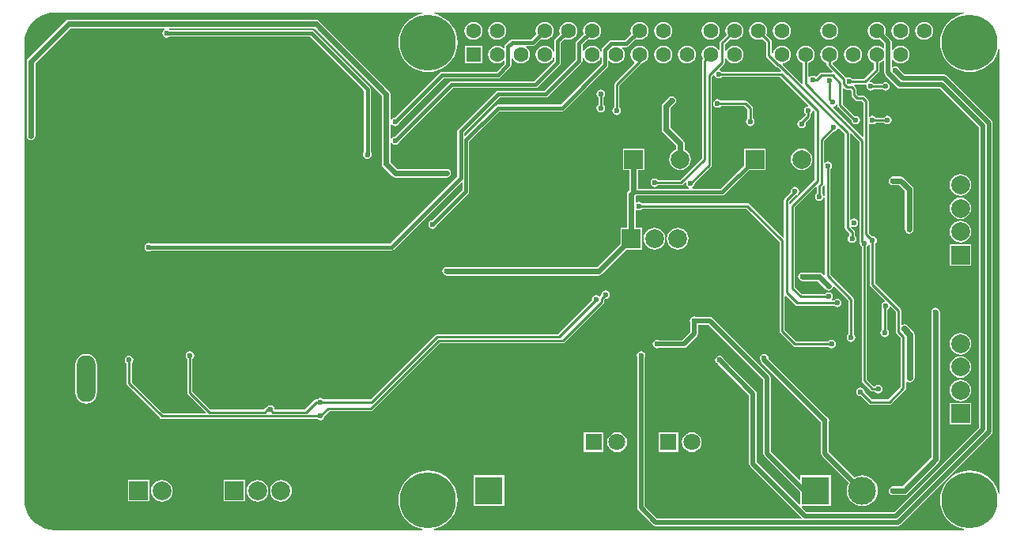
<source format=gbl>
G04*
G04 #@! TF.GenerationSoftware,Altium Limited,CircuitStudio,1.5.2 (30)*
G04*
G04 Layer_Physical_Order=2*
G04 Layer_Color=12500520*
%FSLAX25Y25*%
%MOIN*%
G70*
G01*
G75*
G04:AMPARAMS|DCode=22|XSize=96.46mil|YSize=96.46mil|CornerRadius=2.41mil|HoleSize=0mil|Usage=FLASHONLY|Rotation=0.000|XOffset=0mil|YOffset=0mil|HoleType=Round|Shape=RoundedRectangle|*
%AMROUNDEDRECTD22*
21,1,0.09646,0.09163,0,0,0.0*
21,1,0.09163,0.09646,0,0,0.0*
1,1,0.00482,0.04582,-0.04582*
1,1,0.00482,-0.04582,-0.04582*
1,1,0.00482,-0.04582,0.04582*
1,1,0.00482,0.04582,0.04582*
%
%ADD22ROUNDEDRECTD22*%
%ADD31C,0.00984*%
%ADD32C,0.02756*%
%ADD33C,0.01575*%
%ADD34C,0.02362*%
%ADD35C,0.01000*%
%ADD36C,0.01969*%
%ADD40C,0.07874*%
%ADD41R,0.07874X0.07874*%
%ADD42R,0.07087X0.07087*%
%ADD43C,0.07087*%
%ADD44R,0.11811X0.11811*%
%ADD45C,0.11811*%
%ADD46R,0.07874X0.07874*%
%ADD47C,0.02362*%
%ADD48C,0.01575*%
%ADD49O,0.07874X0.13780*%
%ADD50O,0.07874X0.19685*%
%ADD51C,0.06299*%
%ADD52R,0.06299X0.06299*%
%ADD53C,0.23622*%
G36*
X2024650Y1077658D02*
X2023326Y1077340D01*
X2021521Y1076593D01*
X2019856Y1075572D01*
X2018370Y1074303D01*
X2017101Y1072818D01*
X2016081Y1071152D01*
X2015333Y1069347D01*
X2014877Y1067447D01*
X2014724Y1065500D01*
X2014877Y1063552D01*
X2015333Y1061653D01*
X2016081Y1059848D01*
X2017101Y1058182D01*
X2018370Y1056697D01*
X2019856Y1055428D01*
X2021521Y1054408D01*
X2023326Y1053660D01*
X2025226Y1053204D01*
X2027173Y1053051D01*
X2029121Y1053204D01*
X2031020Y1053660D01*
X2032825Y1054408D01*
X2034491Y1055428D01*
X2035976Y1056697D01*
X2037245Y1058182D01*
X2038266Y1059848D01*
X2039013Y1061653D01*
X2039331Y1062977D01*
X2039831Y1062918D01*
Y875169D01*
X2039331Y875110D01*
X2039013Y876434D01*
X2038266Y878238D01*
X2037245Y879904D01*
X2035976Y881390D01*
X2034491Y882658D01*
X2032825Y883679D01*
X2031020Y884427D01*
X2029121Y884883D01*
X2027173Y885036D01*
X2025226Y884883D01*
X2023326Y884427D01*
X2021521Y883679D01*
X2019856Y882658D01*
X2018370Y881390D01*
X2017101Y879904D01*
X2016081Y878238D01*
X2015333Y876434D01*
X2014877Y874534D01*
X2014724Y872587D01*
X2014877Y870639D01*
X2015333Y868740D01*
X2016081Y866935D01*
X2017101Y865269D01*
X2018370Y863783D01*
X2019856Y862515D01*
X2021521Y861494D01*
X2023326Y860746D01*
X2024650Y860429D01*
X2024591Y859929D01*
X1801409D01*
X1801350Y860429D01*
X1802674Y860746D01*
X1804479Y861494D01*
X1806144Y862515D01*
X1807630Y863783D01*
X1808899Y865269D01*
X1809919Y866935D01*
X1810667Y868740D01*
X1811123Y870639D01*
X1811276Y872587D01*
X1811123Y874534D01*
X1810667Y876434D01*
X1809919Y878238D01*
X1808899Y879904D01*
X1807630Y881390D01*
X1806144Y882658D01*
X1804479Y883679D01*
X1802674Y884427D01*
X1800774Y884883D01*
X1798827Y885036D01*
X1796879Y884883D01*
X1794980Y884427D01*
X1793175Y883679D01*
X1791509Y882658D01*
X1790024Y881390D01*
X1788755Y879904D01*
X1787734Y878238D01*
X1786987Y876434D01*
X1786531Y874534D01*
X1786377Y872587D01*
X1786531Y870639D01*
X1786987Y868740D01*
X1787734Y866935D01*
X1788755Y865269D01*
X1790024Y863783D01*
X1791509Y862515D01*
X1793175Y861494D01*
X1794980Y860746D01*
X1796304Y860429D01*
X1796245Y859929D01*
X1641347D01*
X1641308Y859921D01*
X1639365Y860074D01*
X1637432Y860538D01*
X1635595Y861299D01*
X1633900Y862337D01*
X1632388Y863629D01*
X1631097Y865140D01*
X1630059Y866835D01*
X1629298Y868672D01*
X1628834Y870605D01*
X1628716Y872098D01*
X1628688Y872587D01*
X1628688D01*
X1628688Y872587D01*
Y1065500D01*
X1628681Y1065538D01*
X1628834Y1067482D01*
X1629298Y1069415D01*
X1630059Y1071251D01*
X1631097Y1072946D01*
X1632388Y1074458D01*
X1633900Y1075749D01*
X1635595Y1076788D01*
X1637432Y1077549D01*
X1639365Y1078013D01*
X1640858Y1078130D01*
X1641346Y1078158D01*
X1641347Y1078158D01*
X1796245D01*
X1796304Y1077658D01*
X1794980Y1077340D01*
X1793175Y1076593D01*
X1791509Y1075572D01*
X1790024Y1074303D01*
X1788755Y1072818D01*
X1787734Y1071152D01*
X1786987Y1069347D01*
X1786531Y1067447D01*
X1786377Y1065500D01*
X1786531Y1063552D01*
X1786987Y1061653D01*
X1787734Y1059848D01*
X1788755Y1058182D01*
X1790024Y1056697D01*
X1791509Y1055428D01*
X1793175Y1054408D01*
X1794980Y1053660D01*
X1796879Y1053204D01*
X1798827Y1053051D01*
X1800774Y1053204D01*
X1802674Y1053660D01*
X1804479Y1054408D01*
X1806144Y1055428D01*
X1807630Y1056697D01*
X1808899Y1058182D01*
X1809919Y1059848D01*
X1810667Y1061653D01*
X1811123Y1063552D01*
X1811276Y1065500D01*
X1811123Y1067447D01*
X1810667Y1069347D01*
X1809919Y1071152D01*
X1808899Y1072818D01*
X1807630Y1074303D01*
X1806144Y1075572D01*
X1804479Y1076593D01*
X1802674Y1077340D01*
X1801350Y1077658D01*
X1801409Y1078158D01*
X2024591D01*
X2024650Y1077658D01*
D02*
G37*
%LPC*%
G36*
X1894299Y987399D02*
X1893115Y987243D01*
X1892011Y986786D01*
X1891063Y986059D01*
X1890336Y985111D01*
X1889879Y984007D01*
X1889723Y982823D01*
X1889879Y981638D01*
X1890336Y980535D01*
X1891063Y979587D01*
X1892011Y978860D01*
X1893115Y978403D01*
X1894299Y978247D01*
X1895484Y978403D01*
X1896587Y978860D01*
X1897535Y979587D01*
X1898262Y980535D01*
X1898719Y981638D01*
X1898875Y982823D01*
X1898719Y984007D01*
X1898262Y985111D01*
X1897535Y986059D01*
X1896587Y986786D01*
X1895484Y987243D01*
X1894299Y987399D01*
D02*
G37*
G36*
X2027773Y980470D02*
X2018699D01*
Y971396D01*
X2027773D01*
Y980470D01*
D02*
G37*
G36*
X2023236Y943108D02*
X2022052Y942952D01*
X2020948Y942495D01*
X2020000Y941767D01*
X2019273Y940820D01*
X2018816Y939716D01*
X2018660Y938531D01*
X2018816Y937347D01*
X2019273Y936243D01*
X2020000Y935296D01*
X2020948Y934568D01*
X2022052Y934111D01*
X2023236Y933955D01*
X2024421Y934111D01*
X2025524Y934568D01*
X2026472Y935296D01*
X2027199Y936243D01*
X2027657Y937347D01*
X2027812Y938531D01*
X2027657Y939716D01*
X2027199Y940820D01*
X2026472Y941767D01*
X2025524Y942495D01*
X2024421Y942952D01*
X2023236Y943108D01*
D02*
G37*
G36*
X1873630Y961017D02*
X1872935Y960878D01*
X1872346Y960485D01*
X1871952Y959896D01*
X1871814Y959201D01*
X1871852Y959009D01*
X1871491Y958648D01*
X1870977Y958516D01*
X1870388Y958910D01*
X1869693Y959048D01*
X1868998Y958910D01*
X1868409Y958516D01*
X1868015Y957927D01*
X1867877Y957232D01*
X1867915Y957041D01*
X1853480Y942606D01*
X1802764D01*
X1802335Y942520D01*
X1801971Y942277D01*
X1801971Y942277D01*
X1774740Y915047D01*
X1754944D01*
X1754835Y915209D01*
X1754246Y915603D01*
X1753551Y915741D01*
X1752856Y915603D01*
X1752267Y915209D01*
X1752159Y915047D01*
X1751583D01*
X1751583Y915047D01*
X1751154Y914961D01*
X1750790Y914718D01*
X1750790Y914718D01*
X1746787Y910716D01*
X1734156D01*
X1734107Y910776D01*
X1733969Y911471D01*
X1733575Y912060D01*
X1732986Y912453D01*
X1732291Y912592D01*
X1731596Y912453D01*
X1731007Y912060D01*
X1730866Y911849D01*
X1730681Y911812D01*
X1730317Y911569D01*
X1730317Y911569D01*
X1729465Y910716D01*
X1707165D01*
X1699555Y918327D01*
Y932218D01*
X1699717Y932326D01*
X1700111Y932915D01*
X1700249Y933610D01*
X1700111Y934305D01*
X1699717Y934894D01*
X1699128Y935288D01*
X1698433Y935426D01*
X1697738Y935288D01*
X1697149Y934894D01*
X1696755Y934305D01*
X1696617Y933610D01*
X1696755Y932915D01*
X1697149Y932326D01*
X1697312Y932218D01*
Y917862D01*
X1697312Y917862D01*
X1697397Y917433D01*
X1697640Y917069D01*
X1705131Y909578D01*
X1704940Y909116D01*
X1687112D01*
X1673964Y922264D01*
Y930249D01*
X1674127Y930358D01*
X1674520Y930947D01*
X1674659Y931642D01*
X1674520Y932337D01*
X1674127Y932926D01*
X1673537Y933319D01*
X1672842Y933458D01*
X1672148Y933319D01*
X1671558Y932926D01*
X1671165Y932337D01*
X1671026Y931642D01*
X1671165Y930947D01*
X1671558Y930358D01*
X1671721Y930249D01*
Y921799D01*
X1671721Y921799D01*
X1671806Y921370D01*
X1672050Y921006D01*
X1685854Y907201D01*
X1685854Y907201D01*
X1686218Y906958D01*
X1686647Y906873D01*
X1752175D01*
X1752267Y906736D01*
X1752856Y906342D01*
X1753551Y906204D01*
X1754246Y906342D01*
X1754835Y906736D01*
X1755229Y907325D01*
X1755367Y908020D01*
X1755329Y908211D01*
X1757240Y910123D01*
X1774786D01*
X1774786Y910122D01*
X1775216Y910208D01*
X1775579Y910451D01*
X1803891Y938763D01*
X1855571D01*
X1855571Y938763D01*
X1856000Y938848D01*
X1856364Y939091D01*
X1872767Y955494D01*
X1873010Y955858D01*
X1873096Y956287D01*
X1873096Y956287D01*
Y957080D01*
X1873438Y957423D01*
X1873630Y957385D01*
X1874325Y957523D01*
X1874914Y957917D01*
X1875308Y958506D01*
X1875446Y959201D01*
X1875308Y959896D01*
X1874914Y960485D01*
X1874325Y960878D01*
X1873630Y961017D01*
D02*
G37*
G36*
X1904142Y987399D02*
X1902957Y987243D01*
X1901854Y986786D01*
X1900906Y986059D01*
X1900179Y985111D01*
X1899722Y984007D01*
X1899566Y982823D01*
X1899722Y981638D01*
X1900179Y980535D01*
X1900906Y979587D01*
X1901854Y978860D01*
X1902957Y978403D01*
X1904142Y978247D01*
X1905326Y978403D01*
X1906430Y978860D01*
X1907378Y979587D01*
X1908105Y980535D01*
X1908562Y981638D01*
X1908718Y982823D01*
X1908562Y984007D01*
X1908105Y985111D01*
X1907378Y986059D01*
X1906430Y986786D01*
X1905326Y987243D01*
X1904142Y987399D01*
D02*
G37*
G36*
X1736819Y881100D02*
X1735634Y880944D01*
X1734531Y880487D01*
X1733583Y879759D01*
X1732856Y878812D01*
X1732399Y877708D01*
X1732243Y876524D01*
X1732399Y875339D01*
X1732856Y874236D01*
X1733583Y873288D01*
X1734531Y872561D01*
X1735634Y872103D01*
X1736819Y871947D01*
X1738003Y872103D01*
X1739107Y872561D01*
X1740055Y873288D01*
X1740782Y874236D01*
X1741239Y875339D01*
X1741395Y876524D01*
X1741239Y877708D01*
X1740782Y878812D01*
X1740055Y879759D01*
X1739107Y880487D01*
X1738003Y880944D01*
X1736819Y881100D01*
D02*
G37*
G36*
X2023236Y1010037D02*
X2022052Y1009881D01*
X2020948Y1009424D01*
X2020000Y1008696D01*
X2019273Y1007749D01*
X2018816Y1006645D01*
X2018660Y1005461D01*
X2018816Y1004276D01*
X2019273Y1003173D01*
X2020000Y1002225D01*
X2020948Y1001498D01*
X2022052Y1001040D01*
X2023236Y1000885D01*
X2024421Y1001040D01*
X2025524Y1001498D01*
X2026472Y1002225D01*
X2027199Y1003173D01*
X2027657Y1004276D01*
X2027812Y1005461D01*
X2027657Y1006645D01*
X2027199Y1007749D01*
X2026472Y1008696D01*
X2025524Y1009424D01*
X2024421Y1009881D01*
X2023236Y1010037D01*
D02*
G37*
G36*
Y1000194D02*
X2022052Y1000038D01*
X2020948Y999581D01*
X2020000Y998854D01*
X2019273Y997906D01*
X2018816Y996803D01*
X2018660Y995618D01*
X2018816Y994434D01*
X2019273Y993330D01*
X2020000Y992382D01*
X2020948Y991655D01*
X2022052Y991198D01*
X2023236Y991042D01*
X2024421Y991198D01*
X2025524Y991655D01*
X2026472Y992382D01*
X2027199Y993330D01*
X2027657Y994434D01*
X2027812Y995618D01*
X2027657Y996803D01*
X2027199Y997906D01*
X2026472Y998854D01*
X2025524Y999581D01*
X2024421Y1000038D01*
X2023236Y1000194D01*
D02*
G37*
G36*
Y990352D02*
X2022052Y990196D01*
X2020948Y989739D01*
X2020000Y989011D01*
X2019273Y988064D01*
X2018816Y986960D01*
X2018660Y985776D01*
X2018816Y984591D01*
X2019273Y983488D01*
X2020000Y982540D01*
X2020948Y981812D01*
X2022052Y981355D01*
X2023236Y981199D01*
X2024421Y981355D01*
X2025524Y981812D01*
X2026472Y982540D01*
X2027199Y983488D01*
X2027657Y984591D01*
X2027812Y985776D01*
X2027657Y986960D01*
X2027199Y988064D01*
X2026472Y989011D01*
X2025524Y989739D01*
X2024421Y990196D01*
X2023236Y990352D01*
D02*
G37*
G36*
X1998039Y1009048D02*
X1994890D01*
X1994195Y1008910D01*
X1993606Y1008516D01*
X1993212Y1007927D01*
X1993074Y1007232D01*
X1993212Y1006537D01*
X1993606Y1005948D01*
X1994195Y1005554D01*
X1994890Y1005416D01*
X1997287D01*
X1999767Y1002937D01*
Y986760D01*
X1999905Y986065D01*
X2000299Y985476D01*
X2000888Y985082D01*
X2001583Y984944D01*
X2002278Y985082D01*
X2002867Y985476D01*
X2003260Y986065D01*
X2003399Y986760D01*
Y1003689D01*
X2003260Y1004384D01*
X2002867Y1004973D01*
X1999323Y1008516D01*
X1998734Y1008910D01*
X1998039Y1009048D01*
D02*
G37*
G36*
X1878551Y901175D02*
X1877470Y901033D01*
X1876462Y900615D01*
X1875596Y899951D01*
X1874932Y899086D01*
X1874515Y898078D01*
X1874372Y896996D01*
X1874515Y895914D01*
X1874932Y894907D01*
X1875596Y894041D01*
X1876462Y893377D01*
X1877470Y892959D01*
X1878551Y892817D01*
X1879633Y892959D01*
X1880641Y893377D01*
X1881506Y894041D01*
X1882170Y894907D01*
X1882588Y895914D01*
X1882730Y896996D01*
X1882588Y898078D01*
X1882170Y899086D01*
X1881506Y899951D01*
X1880641Y900615D01*
X1879633Y901033D01*
X1878551Y901175D01*
D02*
G37*
G36*
X1910047D02*
X1908966Y901033D01*
X1907958Y900615D01*
X1907092Y899951D01*
X1906428Y899086D01*
X1906011Y898078D01*
X1905868Y896996D01*
X1906011Y895914D01*
X1906428Y894907D01*
X1907092Y894041D01*
X1907958Y893377D01*
X1908966Y892959D01*
X1910047Y892817D01*
X1911129Y892959D01*
X1912137Y893377D01*
X1913002Y894041D01*
X1913666Y894907D01*
X1914084Y895914D01*
X1914226Y896996D01*
X1914084Y898078D01*
X1913666Y899086D01*
X1913002Y899951D01*
X1912137Y900615D01*
X1911129Y901033D01*
X1910047Y901175D01*
D02*
G37*
G36*
X2012803Y953733D02*
X2012108Y953595D01*
X2011519Y953201D01*
X2011125Y952612D01*
X2010987Y951917D01*
Y890465D01*
X1998862Y878340D01*
X1994890D01*
X1994195Y878201D01*
X1993606Y877808D01*
X1993212Y877219D01*
X1993074Y876524D01*
X1993212Y875829D01*
X1993606Y875239D01*
X1994195Y874846D01*
X1994890Y874708D01*
X1999614D01*
X2000309Y874846D01*
X2000898Y875239D01*
X2014087Y888428D01*
X2014481Y889018D01*
X2014619Y889713D01*
Y951917D01*
X2014481Y952612D01*
X2014087Y953201D01*
X2013498Y953595D01*
X2012803Y953733D01*
D02*
G37*
G36*
X1681317Y881061D02*
X1672243D01*
Y871987D01*
X1681317D01*
Y881061D01*
D02*
G37*
G36*
X1721671D02*
X1712597D01*
Y871987D01*
X1721671D01*
Y881061D01*
D02*
G37*
G36*
X1872852Y901139D02*
X1864565D01*
Y892853D01*
X1872852D01*
Y901139D01*
D02*
G37*
G36*
X2023236Y923423D02*
X2022052Y923267D01*
X2020948Y922810D01*
X2020000Y922082D01*
X2019273Y921134D01*
X2018816Y920031D01*
X2018660Y918847D01*
X2018816Y917662D01*
X2019273Y916558D01*
X2020000Y915611D01*
X2020948Y914883D01*
X2022052Y914426D01*
X2023236Y914270D01*
X2024421Y914426D01*
X2025524Y914883D01*
X2026472Y915611D01*
X2027199Y916558D01*
X2027657Y917662D01*
X2027812Y918847D01*
X2027657Y920031D01*
X2027199Y921134D01*
X2026472Y922082D01*
X2025524Y922810D01*
X2024421Y923267D01*
X2023236Y923423D01*
D02*
G37*
G36*
Y933265D02*
X2022052Y933109D01*
X2020948Y932652D01*
X2020000Y931925D01*
X2019273Y930977D01*
X2018816Y929873D01*
X2018660Y928689D01*
X2018816Y927505D01*
X2019273Y926401D01*
X2020000Y925453D01*
X2020948Y924726D01*
X2022052Y924269D01*
X2023236Y924113D01*
X2024421Y924269D01*
X2025524Y924726D01*
X2026472Y925453D01*
X2027199Y926401D01*
X2027657Y927505D01*
X2027812Y928689D01*
X2027657Y929873D01*
X2027199Y930977D01*
X2026472Y931925D01*
X2025524Y932652D01*
X2024421Y933109D01*
X2023236Y933265D01*
D02*
G37*
G36*
X1654732Y934249D02*
X1653548Y934093D01*
X1652444Y933636D01*
X1651496Y932909D01*
X1650769Y931961D01*
X1650312Y930858D01*
X1650156Y929673D01*
Y917862D01*
X1650312Y916678D01*
X1650769Y915574D01*
X1651496Y914626D01*
X1652444Y913899D01*
X1653548Y913442D01*
X1654732Y913286D01*
X1655917Y913442D01*
X1657020Y913899D01*
X1657968Y914626D01*
X1658695Y915574D01*
X1659152Y916678D01*
X1659308Y917862D01*
Y929673D01*
X1659152Y930858D01*
X1658695Y931961D01*
X1657968Y932909D01*
X1657020Y933636D01*
X1655917Y934093D01*
X1654732Y934249D01*
D02*
G37*
G36*
X1904348Y901139D02*
X1896061D01*
Y892853D01*
X1904348D01*
Y901139D01*
D02*
G37*
G36*
X2027773Y913541D02*
X2018699D01*
Y904467D01*
X2027773D01*
Y913541D01*
D02*
G37*
G36*
X1901583Y1042906D02*
X1900888Y1042768D01*
X1900299Y1042375D01*
X1897936Y1040012D01*
X1897543Y1039423D01*
X1897404Y1038728D01*
Y1028886D01*
X1897543Y1028191D01*
X1897936Y1027602D01*
X1903310Y1022228D01*
Y1020446D01*
X1902838Y1020251D01*
X1901890Y1019523D01*
X1901163Y1018575D01*
X1900706Y1017472D01*
X1900550Y1016287D01*
X1900706Y1015103D01*
X1901163Y1013999D01*
X1901890Y1013052D01*
X1902838Y1012324D01*
X1903942Y1011867D01*
X1905126Y1011711D01*
X1906310Y1011867D01*
X1907414Y1012324D01*
X1908362Y1013052D01*
X1909089Y1013999D01*
X1909546Y1015103D01*
X1909702Y1016287D01*
X1909546Y1017472D01*
X1909089Y1018575D01*
X1908362Y1019523D01*
X1907414Y1020251D01*
X1906942Y1020446D01*
Y1022980D01*
X1906804Y1023675D01*
X1906410Y1024264D01*
X1901036Y1029638D01*
Y1037976D01*
X1902867Y1039806D01*
X1903260Y1040396D01*
X1903399Y1041091D01*
X1903260Y1041786D01*
X1902867Y1042375D01*
X1902278Y1042768D01*
X1901583Y1042906D01*
D02*
G37*
G36*
X1888000Y1074282D02*
X1887021Y1074153D01*
X1886109Y1073775D01*
X1885326Y1073174D01*
X1884725Y1072391D01*
X1884347Y1071479D01*
X1884218Y1070500D01*
X1884347Y1069521D01*
X1884544Y1069045D01*
X1881951Y1066452D01*
X1876121D01*
X1875579Y1066344D01*
X1875120Y1066037D01*
X1872463Y1063380D01*
X1872156Y1062921D01*
X1872048Y1062379D01*
Y1061831D01*
X1871548Y1061732D01*
X1871275Y1062391D01*
X1870674Y1063174D01*
X1869891Y1063775D01*
X1868979Y1064153D01*
X1868000Y1064282D01*
X1867021Y1064153D01*
X1866109Y1063775D01*
X1865326Y1063174D01*
X1864725Y1062391D01*
X1864452Y1061732D01*
X1863952Y1061831D01*
Y1064451D01*
X1866545Y1067044D01*
X1867021Y1066847D01*
X1868000Y1066718D01*
X1868979Y1066847D01*
X1869891Y1067225D01*
X1870674Y1067826D01*
X1871275Y1068609D01*
X1871653Y1069521D01*
X1871782Y1070500D01*
X1871653Y1071479D01*
X1871275Y1072391D01*
X1870674Y1073174D01*
X1869891Y1073775D01*
X1868979Y1074153D01*
X1868000Y1074282D01*
X1867021Y1074153D01*
X1866109Y1073775D01*
X1865326Y1073174D01*
X1864725Y1072391D01*
X1864347Y1071479D01*
X1864218Y1070500D01*
X1864347Y1069521D01*
X1864544Y1069045D01*
X1861537Y1066037D01*
X1861230Y1065578D01*
X1861122Y1065037D01*
Y1058488D01*
X1847895Y1045261D01*
X1828354D01*
X1827813Y1045153D01*
X1827354Y1044847D01*
X1811606Y1029099D01*
X1811299Y1028640D01*
X1811192Y1028098D01*
Y1008999D01*
X1782887Y980694D01*
X1682199D01*
X1681805Y980957D01*
X1681110Y981096D01*
X1680415Y980957D01*
X1679826Y980564D01*
X1679432Y979974D01*
X1679294Y979280D01*
X1679432Y978585D01*
X1679826Y977995D01*
X1680415Y977602D01*
X1681110Y977464D01*
X1681805Y977602D01*
X1682199Y977865D01*
X1783472D01*
X1784014Y977973D01*
X1784473Y978279D01*
X1812905Y1006711D01*
X1813367Y1006520D01*
Y1003300D01*
X1800565Y990499D01*
X1800100Y990406D01*
X1799511Y990012D01*
X1799117Y989423D01*
X1798979Y988728D01*
X1799117Y988033D01*
X1799511Y987444D01*
X1800100Y987051D01*
X1800795Y986912D01*
X1801490Y987051D01*
X1802079Y987444D01*
X1802473Y988033D01*
X1802565Y988498D01*
X1815781Y1001714D01*
X1816088Y1002173D01*
X1816196Y1002714D01*
Y1023782D01*
X1828940Y1036526D01*
X1855441D01*
X1855982Y1036634D01*
X1856441Y1036941D01*
X1874463Y1054963D01*
X1874770Y1055422D01*
X1874878Y1055963D01*
Y1057674D01*
X1874914Y1057686D01*
X1875378Y1057786D01*
X1876109Y1057225D01*
X1877021Y1056847D01*
X1878000Y1056718D01*
X1878979Y1056847D01*
X1879891Y1057225D01*
X1880674Y1057826D01*
X1881275Y1058609D01*
X1881653Y1059521D01*
X1881782Y1060500D01*
X1881653Y1061479D01*
X1881275Y1062391D01*
X1880714Y1063122D01*
X1880814Y1063586D01*
X1880826Y1063622D01*
X1882537D01*
X1883078Y1063730D01*
X1883537Y1064037D01*
X1886545Y1067044D01*
X1887021Y1066847D01*
X1888000Y1066718D01*
X1888979Y1066847D01*
X1889891Y1067225D01*
X1890674Y1067826D01*
X1891275Y1068609D01*
X1891653Y1069521D01*
X1891782Y1070500D01*
X1891653Y1071479D01*
X1891275Y1072391D01*
X1890674Y1073174D01*
X1889891Y1073775D01*
X1888979Y1074153D01*
X1888000Y1074282D01*
D02*
G37*
G36*
X1898000D02*
X1897021Y1074153D01*
X1896109Y1073775D01*
X1895326Y1073174D01*
X1894725Y1072391D01*
X1894347Y1071479D01*
X1894218Y1070500D01*
X1894347Y1069521D01*
X1894725Y1068609D01*
X1895326Y1067826D01*
X1896109Y1067225D01*
X1897021Y1066847D01*
X1898000Y1066718D01*
X1898979Y1066847D01*
X1899891Y1067225D01*
X1900674Y1067826D01*
X1901275Y1068609D01*
X1901653Y1069521D01*
X1901782Y1070500D01*
X1901653Y1071479D01*
X1901275Y1072391D01*
X1900674Y1073174D01*
X1899891Y1073775D01*
X1898979Y1074153D01*
X1898000Y1074282D01*
D02*
G37*
G36*
X1751583Y1075190D02*
X1647252D01*
X1646557Y1075052D01*
X1645968Y1074658D01*
X1630220Y1058910D01*
X1629826Y1058321D01*
X1629688Y1057626D01*
Y1026130D01*
X1629826Y1025435D01*
X1630220Y1024846D01*
X1630809Y1024452D01*
X1631504Y1024314D01*
X1632199Y1024452D01*
X1632788Y1024846D01*
X1633182Y1025435D01*
X1633320Y1026130D01*
Y1056874D01*
X1648004Y1071558D01*
X1687728D01*
X1687768Y1071452D01*
X1687811Y1071058D01*
X1687307Y1070721D01*
X1686913Y1070132D01*
X1686775Y1069437D01*
X1686913Y1068742D01*
X1687307Y1068153D01*
X1687896Y1067759D01*
X1688591Y1067621D01*
X1689285Y1067759D01*
X1689679Y1068022D01*
X1749028D01*
X1771822Y1045229D01*
Y1019345D01*
X1771559Y1018951D01*
X1771420Y1018256D01*
X1771559Y1017561D01*
X1771952Y1016972D01*
X1772541Y1016578D01*
X1773236Y1016440D01*
X1773931Y1016578D01*
X1774520Y1016972D01*
X1774914Y1017561D01*
X1775052Y1018256D01*
X1774914Y1018951D01*
X1774651Y1019345D01*
Y1045815D01*
X1774543Y1046356D01*
X1774236Y1046815D01*
X1750614Y1070437D01*
X1750155Y1070744D01*
X1749614Y1070852D01*
X1689784D01*
X1689569Y1071058D01*
X1689771Y1071558D01*
X1750830D01*
X1779294Y1043094D01*
Y1014319D01*
X1779432Y1013624D01*
X1779826Y1013035D01*
X1783763Y1009098D01*
X1784352Y1008704D01*
X1785047Y1008566D01*
X1806701D01*
X1807396Y1008704D01*
X1807985Y1009098D01*
X1808379Y1009687D01*
X1808517Y1010382D01*
X1808379Y1011077D01*
X1807985Y1011666D01*
X1807396Y1012060D01*
X1806701Y1012198D01*
X1785799D01*
X1782926Y1015071D01*
Y1023298D01*
X1783032Y1023339D01*
X1783426Y1023382D01*
X1783763Y1022877D01*
X1784352Y1022484D01*
X1785047Y1022345D01*
X1785742Y1022484D01*
X1786331Y1022877D01*
X1786725Y1023466D01*
X1786817Y1023931D01*
X1809255Y1046369D01*
X1844102D01*
X1844644Y1046477D01*
X1845103Y1046783D01*
X1854463Y1056144D01*
X1854770Y1056603D01*
X1854878Y1057144D01*
Y1065377D01*
X1856545Y1067044D01*
X1857021Y1066847D01*
X1858000Y1066718D01*
X1858979Y1066847D01*
X1859891Y1067225D01*
X1860674Y1067826D01*
X1861275Y1068609D01*
X1861653Y1069521D01*
X1861782Y1070500D01*
X1861653Y1071479D01*
X1861275Y1072391D01*
X1860674Y1073174D01*
X1859891Y1073775D01*
X1858979Y1074153D01*
X1858000Y1074282D01*
X1857021Y1074153D01*
X1856109Y1073775D01*
X1855326Y1073174D01*
X1854725Y1072391D01*
X1854347Y1071479D01*
X1854218Y1070500D01*
X1854347Y1069521D01*
X1854544Y1069045D01*
X1852463Y1066963D01*
X1852156Y1066504D01*
X1852048Y1065963D01*
Y1061831D01*
X1851548Y1061732D01*
X1851275Y1062391D01*
X1850674Y1063174D01*
X1849891Y1063775D01*
X1848979Y1064153D01*
X1848000Y1064282D01*
X1847021Y1064153D01*
X1846109Y1063775D01*
X1845326Y1063174D01*
X1844725Y1062391D01*
X1844347Y1061479D01*
X1844218Y1060500D01*
X1844347Y1059521D01*
X1844725Y1058609D01*
X1845326Y1057826D01*
X1846109Y1057225D01*
X1847021Y1056847D01*
X1848000Y1056718D01*
X1848979Y1056847D01*
X1849891Y1057225D01*
X1850674Y1057826D01*
X1851275Y1058609D01*
X1851548Y1059268D01*
X1852048Y1059169D01*
Y1057730D01*
X1843516Y1049198D01*
X1808669D01*
X1808128Y1049090D01*
X1807669Y1048784D01*
X1784817Y1025932D01*
X1784352Y1025839D01*
X1783763Y1025445D01*
X1783426Y1024941D01*
X1783032Y1024984D01*
X1782926Y1025025D01*
Y1031172D01*
X1783032Y1031213D01*
X1783426Y1031256D01*
X1783763Y1030751D01*
X1784352Y1030358D01*
X1785047Y1030219D01*
X1785742Y1030358D01*
X1786331Y1030751D01*
X1786725Y1031341D01*
X1786817Y1031805D01*
X1805378Y1050366D01*
X1828354D01*
X1828896Y1050473D01*
X1829355Y1050780D01*
X1833537Y1054963D01*
X1833844Y1055422D01*
X1833952Y1055963D01*
Y1059169D01*
X1834452Y1059268D01*
X1834725Y1058609D01*
X1835326Y1057826D01*
X1836109Y1057225D01*
X1837021Y1056847D01*
X1838000Y1056718D01*
X1838979Y1056847D01*
X1839891Y1057225D01*
X1840674Y1057826D01*
X1841275Y1058609D01*
X1841653Y1059521D01*
X1841782Y1060500D01*
X1841653Y1061479D01*
X1841275Y1062391D01*
X1840674Y1063174D01*
X1840138Y1063585D01*
X1840308Y1064085D01*
X1843000D01*
X1843541Y1064193D01*
X1844000Y1064500D01*
X1846545Y1067044D01*
X1847021Y1066847D01*
X1848000Y1066718D01*
X1848979Y1066847D01*
X1849891Y1067225D01*
X1850674Y1067826D01*
X1851275Y1068609D01*
X1851653Y1069521D01*
X1851782Y1070500D01*
X1851653Y1071479D01*
X1851275Y1072391D01*
X1850674Y1073174D01*
X1849891Y1073775D01*
X1848979Y1074153D01*
X1848000Y1074282D01*
X1847021Y1074153D01*
X1846109Y1073775D01*
X1845326Y1073174D01*
X1844725Y1072391D01*
X1844347Y1071479D01*
X1844218Y1070500D01*
X1844347Y1069521D01*
X1844544Y1069045D01*
X1842414Y1066915D01*
X1834260D01*
X1833718Y1066807D01*
X1833260Y1066500D01*
X1831537Y1064777D01*
X1831230Y1064318D01*
X1831122Y1063777D01*
Y1063326D01*
X1831086Y1063314D01*
X1830622Y1063214D01*
X1829891Y1063775D01*
X1828979Y1064153D01*
X1828000Y1064282D01*
X1827021Y1064153D01*
X1826109Y1063775D01*
X1825326Y1063174D01*
X1824725Y1062391D01*
X1824347Y1061479D01*
X1824218Y1060500D01*
X1824347Y1059521D01*
X1824725Y1058609D01*
X1825326Y1057826D01*
X1826109Y1057225D01*
X1827021Y1056847D01*
X1828000Y1056718D01*
X1828979Y1056847D01*
X1829891Y1057225D01*
X1830622Y1057786D01*
X1831086Y1057686D01*
X1831122Y1057674D01*
Y1056549D01*
X1827768Y1053195D01*
X1804792D01*
X1804251Y1053087D01*
X1803792Y1052781D01*
X1784817Y1033806D01*
X1784352Y1033713D01*
X1783763Y1033319D01*
X1783426Y1032815D01*
X1783032Y1032858D01*
X1782926Y1032899D01*
Y1043847D01*
X1782788Y1044541D01*
X1782394Y1045131D01*
X1752867Y1074658D01*
X1752278Y1075052D01*
X1751583Y1075190D01*
D02*
G37*
G36*
X1818000Y1074282D02*
X1817021Y1074153D01*
X1816109Y1073775D01*
X1815326Y1073174D01*
X1814725Y1072391D01*
X1814347Y1071479D01*
X1814218Y1070500D01*
X1814347Y1069521D01*
X1814725Y1068609D01*
X1815326Y1067826D01*
X1816109Y1067225D01*
X1817021Y1066847D01*
X1818000Y1066718D01*
X1818979Y1066847D01*
X1819891Y1067225D01*
X1820674Y1067826D01*
X1821275Y1068609D01*
X1821653Y1069521D01*
X1821782Y1070500D01*
X1821653Y1071479D01*
X1821275Y1072391D01*
X1820674Y1073174D01*
X1819891Y1073775D01*
X1818979Y1074153D01*
X1818000Y1074282D01*
D02*
G37*
G36*
X1828000D02*
X1827021Y1074153D01*
X1826109Y1073775D01*
X1825326Y1073174D01*
X1824725Y1072391D01*
X1824347Y1071479D01*
X1824218Y1070500D01*
X1824347Y1069521D01*
X1824725Y1068609D01*
X1825326Y1067826D01*
X1826109Y1067225D01*
X1827021Y1066847D01*
X1828000Y1066718D01*
X1828979Y1066847D01*
X1829891Y1067225D01*
X1830674Y1067826D01*
X1831275Y1068609D01*
X1831653Y1069521D01*
X1831782Y1070500D01*
X1831653Y1071479D01*
X1831275Y1072391D01*
X1830674Y1073174D01*
X1829891Y1073775D01*
X1828979Y1074153D01*
X1828000Y1074282D01*
D02*
G37*
G36*
X1998000D02*
X1997021Y1074153D01*
X1996109Y1073775D01*
X1995326Y1073174D01*
X1994725Y1072391D01*
X1994347Y1071479D01*
X1994218Y1070500D01*
X1994347Y1069521D01*
X1994725Y1068609D01*
X1995326Y1067826D01*
X1996109Y1067225D01*
X1997021Y1066847D01*
X1998000Y1066718D01*
X1998979Y1066847D01*
X1999891Y1067225D01*
X2000674Y1067826D01*
X2001275Y1068609D01*
X2001653Y1069521D01*
X2001782Y1070500D01*
X2001653Y1071479D01*
X2001275Y1072391D01*
X2000674Y1073174D01*
X1999891Y1073775D01*
X1998979Y1074153D01*
X1998000Y1074282D01*
D02*
G37*
G36*
X2008000D02*
X2007021Y1074153D01*
X2006109Y1073775D01*
X2005326Y1073174D01*
X2004725Y1072391D01*
X2004347Y1071479D01*
X2004218Y1070500D01*
X2004347Y1069521D01*
X2004725Y1068609D01*
X2005326Y1067826D01*
X2006109Y1067225D01*
X2007021Y1066847D01*
X2008000Y1066718D01*
X2008979Y1066847D01*
X2009891Y1067225D01*
X2010674Y1067826D01*
X2011275Y1068609D01*
X2011653Y1069521D01*
X2011782Y1070500D01*
X2011653Y1071479D01*
X2011275Y1072391D01*
X2010674Y1073174D01*
X2009891Y1073775D01*
X2008979Y1074153D01*
X2008000Y1074282D01*
D02*
G37*
G36*
X1968000D02*
X1967021Y1074153D01*
X1966109Y1073775D01*
X1965326Y1073174D01*
X1964725Y1072391D01*
X1964347Y1071479D01*
X1964218Y1070500D01*
X1964347Y1069521D01*
X1964725Y1068609D01*
X1965326Y1067826D01*
X1966109Y1067225D01*
X1967021Y1066847D01*
X1968000Y1066718D01*
X1968979Y1066847D01*
X1969891Y1067225D01*
X1970674Y1067826D01*
X1971275Y1068609D01*
X1971653Y1069521D01*
X1971782Y1070500D01*
X1971653Y1071479D01*
X1971275Y1072391D01*
X1970674Y1073174D01*
X1969891Y1073775D01*
X1968979Y1074153D01*
X1968000Y1074282D01*
D02*
G37*
G36*
X1918000D02*
X1917021Y1074153D01*
X1916109Y1073775D01*
X1915326Y1073174D01*
X1914725Y1072391D01*
X1914347Y1071479D01*
X1914218Y1070500D01*
X1914347Y1069521D01*
X1914725Y1068609D01*
X1915326Y1067826D01*
X1916109Y1067225D01*
X1917021Y1066847D01*
X1918000Y1066718D01*
X1918979Y1066847D01*
X1919891Y1067225D01*
X1920674Y1067826D01*
X1921275Y1068609D01*
X1921653Y1069521D01*
X1921782Y1070500D01*
X1921653Y1071479D01*
X1921275Y1072391D01*
X1920674Y1073174D01*
X1919891Y1073775D01*
X1918979Y1074153D01*
X1918000Y1074282D01*
D02*
G37*
G36*
X1948000D02*
X1947021Y1074153D01*
X1946109Y1073775D01*
X1945326Y1073174D01*
X1944725Y1072391D01*
X1944347Y1071479D01*
X1944218Y1070500D01*
X1944347Y1069521D01*
X1944725Y1068609D01*
X1945326Y1067826D01*
X1946109Y1067225D01*
X1947021Y1066847D01*
X1948000Y1066718D01*
X1948979Y1066847D01*
X1949891Y1067225D01*
X1950674Y1067826D01*
X1951275Y1068609D01*
X1951653Y1069521D01*
X1951782Y1070500D01*
X1951653Y1071479D01*
X1951275Y1072391D01*
X1950674Y1073174D01*
X1949891Y1073775D01*
X1948979Y1074153D01*
X1948000Y1074282D01*
D02*
G37*
G36*
X1988000D02*
X1987021Y1074153D01*
X1986109Y1073775D01*
X1985326Y1073174D01*
X1984725Y1072391D01*
X1984347Y1071479D01*
X1984218Y1070500D01*
X1984347Y1069521D01*
X1984725Y1068609D01*
X1985326Y1067826D01*
X1986109Y1067225D01*
X1987021Y1066847D01*
X1988000Y1066718D01*
X1988979Y1066847D01*
X1989255Y1066961D01*
X1991119Y1065097D01*
Y1063328D01*
X1990619Y1063217D01*
X1989891Y1063775D01*
X1988979Y1064153D01*
X1988000Y1064282D01*
X1987021Y1064153D01*
X1986109Y1063775D01*
X1985326Y1063174D01*
X1984725Y1062391D01*
X1984347Y1061479D01*
X1984218Y1060500D01*
X1984347Y1059521D01*
X1984725Y1058609D01*
X1985326Y1057826D01*
X1986109Y1057225D01*
X1986886Y1056903D01*
Y1054347D01*
X1982618Y1050078D01*
X1977784D01*
X1977670Y1050249D01*
X1977081Y1050642D01*
X1976386Y1050781D01*
X1975691Y1050642D01*
X1975647Y1050613D01*
X1974977Y1050766D01*
X1974975Y1050769D01*
X1969303Y1056441D01*
X1969389Y1057017D01*
X1969891Y1057225D01*
X1970674Y1057826D01*
X1971275Y1058609D01*
X1971653Y1059521D01*
X1971782Y1060500D01*
X1971653Y1061479D01*
X1971275Y1062391D01*
X1970674Y1063174D01*
X1969891Y1063775D01*
X1968979Y1064153D01*
X1968000Y1064282D01*
X1967021Y1064153D01*
X1966109Y1063775D01*
X1965326Y1063174D01*
X1964725Y1062391D01*
X1964347Y1061479D01*
X1964218Y1060500D01*
X1964347Y1059521D01*
X1964725Y1058609D01*
X1965326Y1057826D01*
X1966109Y1057225D01*
X1966887Y1056903D01*
Y1056169D01*
X1966971Y1055743D01*
X1967213Y1055382D01*
X1969260Y1053334D01*
X1969053Y1052834D01*
X1964575D01*
X1964149Y1052749D01*
X1963787Y1052508D01*
X1962316Y1051036D01*
X1962316Y1051036D01*
X1961726Y1051430D01*
X1961032Y1051568D01*
X1960336Y1051430D01*
X1959747Y1051036D01*
X1959613Y1050836D01*
X1959114Y1050987D01*
Y1056903D01*
X1959891Y1057225D01*
X1960674Y1057826D01*
X1961275Y1058609D01*
X1961653Y1059521D01*
X1961782Y1060500D01*
X1961653Y1061479D01*
X1961275Y1062391D01*
X1960674Y1063174D01*
X1959891Y1063775D01*
X1958979Y1064153D01*
X1958000Y1064282D01*
X1957021Y1064153D01*
X1956109Y1063775D01*
X1955326Y1063174D01*
X1954725Y1062391D01*
X1954347Y1061479D01*
X1954218Y1060500D01*
X1954347Y1059521D01*
X1954725Y1058609D01*
X1955326Y1057826D01*
X1956109Y1057225D01*
X1956886Y1056903D01*
Y1048305D01*
X1956387Y1048098D01*
X1948239Y1056245D01*
X1948418Y1056773D01*
X1948979Y1056847D01*
X1949891Y1057225D01*
X1950674Y1057826D01*
X1951275Y1058609D01*
X1951653Y1059521D01*
X1951782Y1060500D01*
X1951653Y1061479D01*
X1951275Y1062391D01*
X1950674Y1063174D01*
X1949891Y1063775D01*
X1948979Y1064153D01*
X1948000Y1064282D01*
X1947021Y1064153D01*
X1946109Y1063775D01*
X1945326Y1063174D01*
X1944725Y1062391D01*
X1944347Y1061479D01*
X1944283Y1060993D01*
X1943742Y1060716D01*
X1943643Y1060770D01*
X1943641Y1060773D01*
Y1065972D01*
X1943641Y1065972D01*
X1943570Y1066328D01*
X1943556Y1066399D01*
X1943315Y1066760D01*
X1941331Y1068744D01*
X1941653Y1069521D01*
X1941782Y1070500D01*
X1941653Y1071479D01*
X1941275Y1072391D01*
X1940674Y1073174D01*
X1939891Y1073775D01*
X1938979Y1074153D01*
X1938000Y1074282D01*
X1937021Y1074153D01*
X1936109Y1073775D01*
X1935326Y1073174D01*
X1934725Y1072391D01*
X1934347Y1071479D01*
X1934218Y1070500D01*
X1934347Y1069521D01*
X1934725Y1068609D01*
X1935326Y1067826D01*
X1936109Y1067225D01*
X1937021Y1066847D01*
X1938000Y1066718D01*
X1938979Y1066847D01*
X1939756Y1067169D01*
X1941414Y1065511D01*
Y1059974D01*
X1941499Y1059548D01*
X1941740Y1059186D01*
X1945456Y1055471D01*
X1945456Y1055471D01*
X1945817Y1055229D01*
X1946177Y1055158D01*
X1947607Y1053728D01*
X1947400Y1053228D01*
X1922666D01*
X1922552Y1053398D01*
X1921963Y1053792D01*
X1921740Y1053836D01*
X1921575Y1054379D01*
X1923636Y1056439D01*
X1923636Y1056439D01*
X1923879Y1056803D01*
X1923964Y1057232D01*
X1923964Y1057232D01*
Y1059139D01*
X1924464Y1059238D01*
X1924725Y1058609D01*
X1925326Y1057826D01*
X1926109Y1057225D01*
X1927021Y1056847D01*
X1928000Y1056718D01*
X1928979Y1056847D01*
X1929891Y1057225D01*
X1930674Y1057826D01*
X1931275Y1058609D01*
X1931653Y1059521D01*
X1931782Y1060500D01*
X1931653Y1061479D01*
X1931275Y1062391D01*
X1930674Y1063174D01*
X1929891Y1063775D01*
X1928979Y1064153D01*
X1928000Y1064282D01*
X1927021Y1064153D01*
X1926109Y1063775D01*
X1925326Y1063174D01*
X1924725Y1062391D01*
X1924464Y1061762D01*
X1923964Y1061861D01*
Y1064878D01*
X1926252Y1067166D01*
X1927021Y1066847D01*
X1928000Y1066718D01*
X1928979Y1066847D01*
X1929891Y1067225D01*
X1930674Y1067826D01*
X1931275Y1068609D01*
X1931653Y1069521D01*
X1931782Y1070500D01*
X1931653Y1071479D01*
X1931275Y1072391D01*
X1930674Y1073174D01*
X1929891Y1073775D01*
X1928979Y1074153D01*
X1928000Y1074282D01*
X1927021Y1074153D01*
X1926109Y1073775D01*
X1925326Y1073174D01*
X1924725Y1072391D01*
X1924347Y1071479D01*
X1924218Y1070500D01*
X1924347Y1069521D01*
X1924666Y1068752D01*
X1922050Y1066136D01*
X1921806Y1065772D01*
X1921721Y1065343D01*
X1921721Y1065343D01*
Y1062599D01*
X1921485Y1062488D01*
X1921221Y1062462D01*
X1920674Y1063174D01*
X1919891Y1063775D01*
X1918979Y1064153D01*
X1918000Y1064282D01*
X1917021Y1064153D01*
X1916109Y1063775D01*
X1915326Y1063174D01*
X1914725Y1062391D01*
X1914347Y1061479D01*
X1914218Y1060500D01*
X1914347Y1059521D01*
X1914666Y1058752D01*
X1914569Y1058655D01*
X1914326Y1058291D01*
X1914241Y1057862D01*
X1914241Y1057862D01*
Y1016752D01*
X1905055Y1007566D01*
X1895889D01*
X1895780Y1007729D01*
X1895191Y1008123D01*
X1894496Y1008261D01*
X1893801Y1008123D01*
X1893212Y1007729D01*
X1892818Y1007140D01*
X1892680Y1006445D01*
X1892818Y1005750D01*
X1893212Y1005161D01*
X1893801Y1004767D01*
X1894496Y1004629D01*
X1895191Y1004767D01*
X1895780Y1005161D01*
X1895889Y1005323D01*
X1905520D01*
X1905520Y1005323D01*
X1905949Y1005409D01*
X1906313Y1005652D01*
X1907235Y1006574D01*
X1907696Y1006328D01*
X1907641Y1006051D01*
X1907779Y1005356D01*
X1908173Y1004767D01*
X1908688Y1004422D01*
X1908672Y1004113D01*
X1908605Y1003922D01*
X1887257D01*
Y1011750D01*
X1889978D01*
Y1020824D01*
X1880904D01*
Y1011750D01*
X1883625D01*
Y1003260D01*
X1883173Y1002808D01*
X1882779Y1002219D01*
X1882641Y1001524D01*
Y987360D01*
X1879920D01*
Y980854D01*
X1869925Y970859D01*
X1806701D01*
X1806006Y970721D01*
X1805417Y970327D01*
X1805023Y969738D01*
X1804885Y969043D01*
X1805023Y968348D01*
X1805417Y967759D01*
X1806006Y967366D01*
X1806701Y967227D01*
X1870677D01*
X1871372Y967366D01*
X1871961Y967759D01*
X1882488Y978286D01*
X1888994D01*
Y987360D01*
X1886273D01*
Y994882D01*
X1886773Y995149D01*
X1887108Y994925D01*
X1887803Y994786D01*
X1888498Y994925D01*
X1889087Y995318D01*
X1889201Y995489D01*
X1933011D01*
X1946926Y981574D01*
Y943847D01*
X1947011Y943420D01*
X1947252Y943059D01*
X1952764Y937547D01*
X1953125Y937306D01*
X1953551Y937221D01*
X1953551Y937221D01*
X1967507D01*
X1967621Y937051D01*
X1968211Y936657D01*
X1968905Y936519D01*
X1969600Y936657D01*
X1970190Y937051D01*
X1970583Y937640D01*
X1970721Y938335D01*
X1970583Y939030D01*
X1970190Y939619D01*
X1969600Y940012D01*
X1968905Y940151D01*
X1968211Y940012D01*
X1967621Y939619D01*
X1967507Y939448D01*
X1954012D01*
X1949153Y944308D01*
Y958561D01*
X1949653Y958768D01*
X1953551Y954870D01*
X1953913Y954629D01*
X1954339Y954544D01*
X1969870D01*
X1969984Y954373D01*
X1970573Y953980D01*
X1971268Y953841D01*
X1971963Y953980D01*
X1972552Y954373D01*
X1972946Y954963D01*
X1973084Y955657D01*
X1972946Y956352D01*
X1972552Y956942D01*
X1971963Y957335D01*
X1971268Y957473D01*
X1970573Y957335D01*
X1969984Y956942D01*
X1969870Y956771D01*
X1969304D01*
X1969103Y957271D01*
X1969402Y957718D01*
X1969540Y958413D01*
X1969402Y959108D01*
X1969008Y959698D01*
X1968419Y960091D01*
X1967724Y960229D01*
X1967030Y960091D01*
X1966440Y959698D01*
X1966326Y959527D01*
X1956384D01*
X1953493Y962418D01*
Y996151D01*
X1962174Y1004831D01*
X1962674Y1004624D01*
Y1001937D01*
X1962503Y1001824D01*
X1962110Y1001234D01*
X1961971Y1000539D01*
X1962110Y999844D01*
X1962503Y999255D01*
X1963092Y998862D01*
X1963787Y998723D01*
X1964482Y998862D01*
X1965071Y999255D01*
X1965465Y999844D01*
X1965603Y1000539D01*
X1965465Y1001234D01*
X1965071Y1001824D01*
X1964901Y1001937D01*
Y1004521D01*
X1965372Y1004992D01*
X1965372Y1004992D01*
X1965533Y1005233D01*
X1965613Y1005353D01*
X1965698Y1005779D01*
X1965698Y1005779D01*
Y1011358D01*
X1966198Y1011626D01*
X1966217Y1011613D01*
Y967527D01*
X1965717Y967319D01*
X1965071Y967965D01*
X1964482Y968359D01*
X1963787Y968497D01*
X1956701D01*
X1956006Y968359D01*
X1955417Y967965D01*
X1955023Y967376D01*
X1954885Y966681D01*
X1955023Y965986D01*
X1955417Y965397D01*
X1956006Y965003D01*
X1956701Y964865D01*
X1963035D01*
X1966440Y961460D01*
X1967030Y961066D01*
X1967724Y960928D01*
X1968419Y961066D01*
X1969008Y961460D01*
X1969402Y962049D01*
X1969514Y962610D01*
X1969993Y962838D01*
X1976060Y956771D01*
Y942489D01*
X1975889Y942375D01*
X1975496Y941786D01*
X1975357Y941091D01*
X1975496Y940396D01*
X1975889Y939806D01*
X1976478Y939413D01*
X1977173Y939275D01*
X1977868Y939413D01*
X1978457Y939806D01*
X1978851Y940396D01*
X1978989Y941091D01*
X1978851Y941786D01*
X1978457Y942375D01*
X1978287Y942489D01*
Y957232D01*
X1978287Y957232D01*
X1978202Y957658D01*
X1978122Y957778D01*
X1977961Y958020D01*
X1977961Y958020D01*
X1968444Y967536D01*
Y1012133D01*
X1968615Y1012247D01*
X1969008Y1012836D01*
X1969147Y1013531D01*
X1969008Y1014226D01*
X1968615Y1014816D01*
X1968026Y1015209D01*
X1967331Y1015347D01*
X1966636Y1015209D01*
X1966198Y1014917D01*
X1965698Y1015125D01*
Y1024103D01*
X1969492Y1027897D01*
X1969693Y1027857D01*
X1970388Y1027995D01*
X1970977Y1028389D01*
X1971371Y1028978D01*
X1971417Y1029211D01*
X1971959Y1029375D01*
X1974485Y1026850D01*
Y987547D01*
X1974570Y987121D01*
X1974811Y986760D01*
X1976453Y985118D01*
Y984221D01*
X1976283Y984107D01*
X1975889Y983518D01*
X1975751Y982823D01*
X1975889Y982128D01*
X1976283Y981539D01*
X1976872Y981145D01*
X1977567Y981007D01*
X1978262Y981145D01*
X1978851Y981539D01*
X1979245Y982128D01*
X1979383Y982823D01*
X1979245Y983518D01*
X1978851Y984107D01*
X1978680Y984221D01*
Y985579D01*
X1978596Y986005D01*
X1978354Y986366D01*
X1977131Y987590D01*
X1977449Y987978D01*
X1977659Y987838D01*
X1978354Y987700D01*
X1979049Y987838D01*
X1979638Y988232D01*
X1980032Y988821D01*
X1980170Y989516D01*
X1980032Y990211D01*
X1979638Y990800D01*
X1979049Y991194D01*
X1978354Y991332D01*
X1977659Y991194D01*
X1977212Y990895D01*
X1976712Y991096D01*
Y1027065D01*
X1977212Y1027272D01*
X1980695Y1023789D01*
Y981553D01*
X1980780Y981127D01*
X1980890Y980961D01*
X1980869Y980854D01*
X1981007Y980159D01*
X1981401Y979570D01*
X1981572Y979456D01*
Y922980D01*
X1981656Y922554D01*
X1981898Y922193D01*
X1985441Y918650D01*
X1985802Y918408D01*
X1986228Y918324D01*
X1987193D01*
X1987307Y918153D01*
X1987896Y917759D01*
X1988591Y917621D01*
X1989285Y917759D01*
X1989875Y918153D01*
X1990268Y918742D01*
X1990406Y919437D01*
X1990268Y920132D01*
X1989875Y920721D01*
X1989285Y921115D01*
X1988591Y921253D01*
X1987896Y921115D01*
X1987307Y920721D01*
X1987193Y920551D01*
X1986690D01*
X1983799Y923442D01*
Y979456D01*
X1983969Y979570D01*
X1984363Y980159D01*
X1984375Y980221D01*
X1984876Y980475D01*
X1984935Y980473D01*
X1985115Y980263D01*
Y963531D01*
X1985200Y963105D01*
X1985441Y962744D01*
X1991442Y956743D01*
X1991278Y956200D01*
X1991045Y956154D01*
X1990456Y955760D01*
X1990062Y955171D01*
X1989924Y954476D01*
X1990062Y953781D01*
X1990233Y953526D01*
Y944457D01*
X1990062Y944343D01*
X1989669Y943754D01*
X1989531Y943059D01*
X1989669Y942364D01*
X1990062Y941775D01*
X1990652Y941381D01*
X1991347Y941243D01*
X1992041Y941381D01*
X1992631Y941775D01*
X1993024Y942364D01*
X1993163Y943059D01*
X1993024Y943754D01*
X1992631Y944343D01*
X1992460Y944457D01*
Y952815D01*
X1993024Y953192D01*
X1993418Y953781D01*
X1993464Y954014D01*
X1994007Y954178D01*
X1996031Y952155D01*
Y943611D01*
X1996115Y943185D01*
X1996357Y942823D01*
X1998107Y941073D01*
Y920292D01*
X1992854Y915039D01*
X1985902D01*
X1982886Y918055D01*
X1982926Y918256D01*
X1982788Y918951D01*
X1982394Y919540D01*
X1981805Y919934D01*
X1981110Y920072D01*
X1980415Y919934D01*
X1979826Y919540D01*
X1979432Y918951D01*
X1979294Y918256D01*
X1979432Y917561D01*
X1979826Y916972D01*
X1980415Y916578D01*
X1981110Y916440D01*
X1981311Y916480D01*
X1984654Y913138D01*
X1985015Y912896D01*
X1985441Y912812D01*
X1993315D01*
X1993741Y912896D01*
X1994102Y913138D01*
X2000008Y919043D01*
X2000249Y919405D01*
X2000334Y919831D01*
Y922279D01*
X2000834Y922546D01*
X2001205Y922298D01*
X2001976Y922145D01*
X2002748Y922298D01*
X2003402Y922735D01*
X2003840Y923390D01*
X2003993Y924161D01*
Y942272D01*
X2003840Y943043D01*
X2003402Y943698D01*
X2001040Y946060D01*
X2000386Y946497D01*
X1999614Y946651D01*
X1998842Y946497D01*
X1998699Y946401D01*
X1998258Y946637D01*
Y952616D01*
X1998173Y953042D01*
X1997931Y953403D01*
X1987342Y963993D01*
Y980637D01*
X1987512Y980751D01*
X1987906Y981341D01*
X1988044Y982035D01*
X1987906Y982730D01*
X1987512Y983319D01*
X1986923Y983713D01*
X1986228Y983851D01*
X1986027Y983811D01*
X1984586Y985253D01*
Y1031244D01*
X1985086Y1031444D01*
X1985533Y1031145D01*
X1986228Y1031007D01*
X1986923Y1031145D01*
X1987512Y1031539D01*
X1987626Y1031709D01*
X1991129D01*
X1991244Y1031539D01*
X1991833Y1031145D01*
X1992528Y1031007D01*
X1993222Y1031145D01*
X1993812Y1031539D01*
X1994205Y1032128D01*
X1994344Y1032823D01*
X1994205Y1033518D01*
X1993812Y1034107D01*
X1993222Y1034501D01*
X1992528Y1034639D01*
X1991833Y1034501D01*
X1991244Y1034107D01*
X1991129Y1033936D01*
X1987626D01*
X1987512Y1034107D01*
X1986923Y1034501D01*
X1986228Y1034639D01*
X1985533Y1034501D01*
X1985086Y1034202D01*
X1984586Y1034402D01*
Y1040697D01*
X1984501Y1041123D01*
X1984260Y1041484D01*
X1982990Y1042754D01*
X1982628Y1042996D01*
X1982202Y1043081D01*
X1980236D01*
X1979557Y1043760D01*
Y1045726D01*
X1979472Y1046152D01*
X1979231Y1046513D01*
X1979231Y1046513D01*
X1978393Y1047351D01*
X1978600Y1047851D01*
X1983079D01*
X1983334Y1047902D01*
X1983374Y1047882D01*
X1983698Y1047564D01*
X1983727Y1047509D01*
X1983625Y1046996D01*
X1983763Y1046301D01*
X1984157Y1045712D01*
X1984746Y1045318D01*
X1985441Y1045180D01*
X1986136Y1045318D01*
X1986725Y1045712D01*
X1986839Y1045883D01*
X1990342D01*
X1990456Y1045712D01*
X1991045Y1045318D01*
X1991740Y1045180D01*
X1992435Y1045318D01*
X1993024Y1045712D01*
X1993418Y1046301D01*
X1993556Y1046996D01*
X1993418Y1047691D01*
X1993024Y1048280D01*
X1992435Y1048674D01*
X1991740Y1048812D01*
X1991045Y1048674D01*
X1990456Y1048280D01*
X1990342Y1048110D01*
X1986839D01*
X1986725Y1048280D01*
X1986136Y1048674D01*
X1985441Y1048812D01*
X1985150Y1048754D01*
X1984904Y1049215D01*
X1988787Y1053098D01*
X1989029Y1053460D01*
X1989113Y1053886D01*
Y1056903D01*
X1989891Y1057225D01*
X1990619Y1057783D01*
X1991119Y1057672D01*
Y1052695D01*
X1991241Y1052077D01*
X1991592Y1051553D01*
X1996503Y1046641D01*
X1997028Y1046291D01*
X1997646Y1046168D01*
X2014693D01*
X2031070Y1029792D01*
Y903177D01*
X1995402Y867509D01*
X1958551D01*
X1956504Y869556D01*
X1956695Y870018D01*
X1968718D01*
Y883029D01*
X1955707D01*
Y881242D01*
X1955245Y881051D01*
X1943355Y892941D01*
Y924161D01*
X1943233Y924780D01*
X1942882Y925304D01*
X1918867Y949319D01*
X1918343Y949669D01*
X1917724Y949792D01*
X1911820D01*
X1911726Y949855D01*
X1911032Y949993D01*
X1910336Y949855D01*
X1909747Y949461D01*
X1909354Y948872D01*
X1909216Y948177D01*
X1909354Y947482D01*
X1909416Y947389D01*
Y943334D01*
X1906032Y939950D01*
X1896072D01*
X1895978Y940012D01*
X1895284Y940151D01*
X1894588Y940012D01*
X1893999Y939619D01*
X1893606Y939030D01*
X1893468Y938335D01*
X1893606Y937640D01*
X1893999Y937051D01*
X1894588Y936657D01*
X1895284Y936519D01*
X1895978Y936657D01*
X1896072Y936719D01*
X1906701D01*
X1907319Y936842D01*
X1907843Y937193D01*
X1912174Y941523D01*
X1912408Y941873D01*
X1912524Y942047D01*
X1912647Y942665D01*
Y946562D01*
X1917055D01*
X1940125Y923492D01*
Y892272D01*
X1940248Y891654D01*
X1940598Y891129D01*
X1955707Y876020D01*
Y871006D01*
X1955245Y870815D01*
X1937450Y888610D01*
Y917468D01*
X1937327Y918087D01*
X1937211Y918260D01*
X1936977Y918611D01*
X1923361Y932226D01*
X1923339Y932337D01*
X1922946Y932926D01*
X1922356Y933319D01*
X1921661Y933458D01*
X1920967Y933319D01*
X1920377Y932926D01*
X1919984Y932337D01*
X1919845Y931642D01*
X1919984Y930947D01*
X1920377Y930358D01*
X1920967Y929964D01*
X1921077Y929942D01*
X1934219Y916799D01*
Y887941D01*
X1934342Y887323D01*
X1934693Y886799D01*
X1956276Y865215D01*
X1956085Y864753D01*
X1895559D01*
X1890206Y870106D01*
Y932822D01*
X1890268Y932915D01*
X1890406Y933610D01*
X1890268Y934305D01*
X1889875Y934894D01*
X1889285Y935288D01*
X1888591Y935426D01*
X1887896Y935288D01*
X1887307Y934894D01*
X1886913Y934305D01*
X1886775Y933610D01*
X1886913Y932915D01*
X1886975Y932822D01*
Y869437D01*
X1887098Y868819D01*
X1887448Y868295D01*
X1893748Y861996D01*
X1894098Y861762D01*
X1894272Y861646D01*
X1894890Y861522D01*
X1996947D01*
X1997565Y861646D01*
X1998089Y861996D01*
X2036396Y900302D01*
X2036746Y900826D01*
X2036869Y901444D01*
Y1031524D01*
X2036746Y1032143D01*
X2036396Y1032667D01*
X2017568Y1051494D01*
X2017044Y1051844D01*
X2016426Y1051967D01*
X1999683D01*
X1997377Y1054274D01*
X1997355Y1054384D01*
X1996961Y1054973D01*
X1996372Y1055367D01*
X1995677Y1055505D01*
X1994982Y1055367D01*
X1994849Y1055278D01*
X1994349Y1055545D01*
Y1058277D01*
X1994849Y1058447D01*
X1995326Y1057826D01*
X1996109Y1057225D01*
X1997021Y1056847D01*
X1998000Y1056718D01*
X1998979Y1056847D01*
X1999891Y1057225D01*
X2000674Y1057826D01*
X2001275Y1058609D01*
X2001653Y1059521D01*
X2001782Y1060500D01*
X2001653Y1061479D01*
X2001275Y1062391D01*
X2000674Y1063174D01*
X1999891Y1063775D01*
X1998979Y1064153D01*
X1998000Y1064282D01*
X1997021Y1064153D01*
X1996109Y1063775D01*
X1995326Y1063174D01*
X1994849Y1062553D01*
X1994349Y1062723D01*
Y1065766D01*
X1994226Y1066384D01*
X1993876Y1066908D01*
X1991539Y1069246D01*
X1991653Y1069521D01*
X1991782Y1070500D01*
X1991653Y1071479D01*
X1991275Y1072391D01*
X1990674Y1073174D01*
X1989891Y1073775D01*
X1988979Y1074153D01*
X1988000Y1074282D01*
D02*
G37*
G36*
X1940559Y934245D02*
X1939864Y934107D01*
X1939275Y933713D01*
X1938881Y933124D01*
X1938743Y932429D01*
X1938881Y931734D01*
X1938944Y931640D01*
X1939067Y931024D01*
X1939417Y930500D01*
X1964450Y905466D01*
X1964472Y905356D01*
X1964534Y905263D01*
Y892272D01*
X1964657Y891654D01*
X1965007Y891129D01*
X1976295Y879842D01*
X1975858Y879025D01*
X1975486Y877799D01*
X1975361Y876524D01*
X1975486Y875248D01*
X1975858Y874022D01*
X1976462Y872892D01*
X1977275Y871901D01*
X1978266Y871088D01*
X1979396Y870484D01*
X1980622Y870112D01*
X1981898Y869987D01*
X1983173Y870112D01*
X1984399Y870484D01*
X1985529Y871088D01*
X1986520Y871901D01*
X1987333Y872892D01*
X1987937Y874022D01*
X1988309Y875248D01*
X1988435Y876524D01*
X1988309Y877799D01*
X1987937Y879025D01*
X1987333Y880155D01*
X1986520Y881146D01*
X1985529Y881959D01*
X1984399Y882563D01*
X1983173Y882935D01*
X1981898Y883061D01*
X1980622Y882935D01*
X1979396Y882563D01*
X1978579Y882126D01*
X1967765Y892941D01*
Y905263D01*
X1967827Y905356D01*
X1967966Y906051D01*
X1967827Y906746D01*
X1967434Y907335D01*
X1966845Y907729D01*
X1966734Y907751D01*
X1942322Y932163D01*
X1942375Y932429D01*
X1942237Y933124D01*
X1941843Y933713D01*
X1941254Y934107D01*
X1940559Y934245D01*
D02*
G37*
G36*
X1888000Y1064282D02*
X1887021Y1064153D01*
X1886109Y1063775D01*
X1885326Y1063174D01*
X1884725Y1062391D01*
X1884347Y1061479D01*
X1884218Y1060500D01*
X1884347Y1059521D01*
X1884725Y1058609D01*
X1885326Y1057826D01*
X1885772Y1057483D01*
X1885820Y1056824D01*
X1877567Y1048571D01*
X1877326Y1048210D01*
X1877241Y1047783D01*
Y1038158D01*
X1877070Y1038044D01*
X1876677Y1037455D01*
X1876538Y1036760D01*
X1876677Y1036065D01*
X1877070Y1035476D01*
X1877659Y1035082D01*
X1878354Y1034944D01*
X1879049Y1035082D01*
X1879638Y1035476D01*
X1880032Y1036065D01*
X1880170Y1036760D01*
X1880032Y1037455D01*
X1879638Y1038044D01*
X1879468Y1038158D01*
Y1047322D01*
X1888787Y1056642D01*
X1888919Y1056839D01*
X1888979Y1056847D01*
X1889891Y1057225D01*
X1890674Y1057826D01*
X1891275Y1058609D01*
X1891653Y1059521D01*
X1891782Y1060500D01*
X1891653Y1061479D01*
X1891275Y1062391D01*
X1890674Y1063174D01*
X1889891Y1063775D01*
X1888979Y1064153D01*
X1888000Y1064282D01*
D02*
G37*
G36*
X1830923Y883029D02*
X1817912D01*
Y870018D01*
X1830923D01*
Y883029D01*
D02*
G37*
G36*
X1726976Y881100D02*
X1725792Y880944D01*
X1724688Y880487D01*
X1723741Y879759D01*
X1723013Y878812D01*
X1722556Y877708D01*
X1722400Y876524D01*
X1722556Y875339D01*
X1723013Y874236D01*
X1723741Y873288D01*
X1724688Y872561D01*
X1725792Y872103D01*
X1726976Y871947D01*
X1728161Y872103D01*
X1729264Y872561D01*
X1730212Y873288D01*
X1730939Y874236D01*
X1731397Y875339D01*
X1731553Y876524D01*
X1731397Y877708D01*
X1730939Y878812D01*
X1730212Y879759D01*
X1729264Y880487D01*
X1728161Y880944D01*
X1726976Y881100D01*
D02*
G37*
G36*
X1686622D02*
X1685438Y880944D01*
X1684334Y880487D01*
X1683386Y879759D01*
X1682659Y878812D01*
X1682202Y877708D01*
X1682046Y876524D01*
X1682202Y875339D01*
X1682659Y874236D01*
X1683386Y873288D01*
X1684334Y872561D01*
X1685438Y872103D01*
X1686622Y871947D01*
X1687807Y872103D01*
X1688910Y872561D01*
X1689858Y873288D01*
X1690585Y874236D01*
X1691042Y875339D01*
X1691198Y876524D01*
X1691042Y877708D01*
X1690585Y878812D01*
X1689858Y879759D01*
X1688910Y880487D01*
X1687807Y880944D01*
X1686622Y881100D01*
D02*
G37*
G36*
X1978000Y1064282D02*
X1977021Y1064153D01*
X1976109Y1063775D01*
X1975326Y1063174D01*
X1974725Y1062391D01*
X1974347Y1061479D01*
X1974218Y1060500D01*
X1974347Y1059521D01*
X1974725Y1058609D01*
X1975326Y1057826D01*
X1976109Y1057225D01*
X1977021Y1056847D01*
X1978000Y1056718D01*
X1978979Y1056847D01*
X1979891Y1057225D01*
X1980674Y1057826D01*
X1981275Y1058609D01*
X1981653Y1059521D01*
X1981782Y1060500D01*
X1981653Y1061479D01*
X1981275Y1062391D01*
X1980674Y1063174D01*
X1979891Y1063775D01*
X1978979Y1064153D01*
X1978000Y1064282D01*
D02*
G37*
G36*
X1821750Y1064250D02*
X1814250D01*
Y1056750D01*
X1821750D01*
Y1064250D01*
D02*
G37*
G36*
X1908000Y1064282D02*
X1907021Y1064153D01*
X1906109Y1063775D01*
X1905326Y1063174D01*
X1904725Y1062391D01*
X1904347Y1061479D01*
X1904218Y1060500D01*
X1904347Y1059521D01*
X1904725Y1058609D01*
X1905326Y1057826D01*
X1906109Y1057225D01*
X1907021Y1056847D01*
X1908000Y1056718D01*
X1908979Y1056847D01*
X1909891Y1057225D01*
X1910674Y1057826D01*
X1911275Y1058609D01*
X1911653Y1059521D01*
X1911782Y1060500D01*
X1911653Y1061479D01*
X1911275Y1062391D01*
X1910674Y1063174D01*
X1909891Y1063775D01*
X1908979Y1064153D01*
X1908000Y1064282D01*
D02*
G37*
G36*
X1871661Y1045662D02*
X1870967Y1045524D01*
X1870377Y1045131D01*
X1869984Y1044541D01*
X1869845Y1043847D01*
X1869984Y1043151D01*
X1870377Y1042562D01*
X1870571Y1042433D01*
Y1039355D01*
X1870377Y1039225D01*
X1869984Y1038636D01*
X1869845Y1037941D01*
X1869984Y1037246D01*
X1870377Y1036657D01*
X1870967Y1036263D01*
X1871661Y1036125D01*
X1872356Y1036263D01*
X1872946Y1036657D01*
X1873339Y1037246D01*
X1873477Y1037941D01*
X1873339Y1038636D01*
X1872946Y1039225D01*
X1872815Y1039313D01*
Y1042475D01*
X1872946Y1042562D01*
X1873339Y1043151D01*
X1873477Y1043847D01*
X1873339Y1044541D01*
X1872946Y1045131D01*
X1872356Y1045524D01*
X1871661Y1045662D01*
D02*
G37*
G36*
X1898000Y1064282D02*
X1897021Y1064153D01*
X1896109Y1063775D01*
X1895326Y1063174D01*
X1894725Y1062391D01*
X1894347Y1061479D01*
X1894218Y1060500D01*
X1894347Y1059521D01*
X1894725Y1058609D01*
X1895326Y1057826D01*
X1896109Y1057225D01*
X1897021Y1056847D01*
X1898000Y1056718D01*
X1898979Y1056847D01*
X1899891Y1057225D01*
X1900674Y1057826D01*
X1901275Y1058609D01*
X1901653Y1059521D01*
X1901782Y1060500D01*
X1901653Y1061479D01*
X1901275Y1062391D01*
X1900674Y1063174D01*
X1899891Y1063775D01*
X1898979Y1064153D01*
X1898000Y1064282D01*
D02*
G37*
%LPD*%
G36*
X1864725Y1058609D02*
X1865326Y1057826D01*
X1866109Y1057225D01*
X1867021Y1056847D01*
X1868000Y1056718D01*
X1868979Y1056847D01*
X1869891Y1057225D01*
X1870674Y1057826D01*
X1871275Y1058609D01*
X1871548Y1059268D01*
X1872048Y1059169D01*
Y1056549D01*
X1854855Y1039355D01*
X1828354D01*
X1827813Y1039248D01*
X1827354Y1038941D01*
X1814483Y1026070D01*
X1814021Y1026261D01*
Y1027512D01*
X1828940Y1042432D01*
X1848481D01*
X1849022Y1042540D01*
X1849481Y1042846D01*
X1863537Y1056902D01*
X1863844Y1057361D01*
X1863952Y1057903D01*
Y1059169D01*
X1864452Y1059268D01*
X1864725Y1058609D01*
D02*
G37*
G36*
X1974657Y1045904D02*
X1975018Y1045663D01*
X1975444Y1045578D01*
X1977017D01*
X1977330Y1045265D01*
Y1043299D01*
X1977415Y1042872D01*
X1977656Y1042511D01*
X1978988Y1041180D01*
X1979349Y1040938D01*
X1979775Y1040853D01*
X1981741D01*
X1982359Y1040236D01*
Y1025928D01*
X1981897Y1025737D01*
X1969597Y1038037D01*
X1969762Y1038579D01*
X1969994Y1038625D01*
X1970583Y1039019D01*
X1970915Y1039515D01*
X1971377Y1039447D01*
X1971415Y1039432D01*
Y1039042D01*
X1971500Y1038616D01*
X1971741Y1038255D01*
X1977364Y1032633D01*
X1977464Y1032128D01*
X1977858Y1031539D01*
X1978447Y1031145D01*
X1979142Y1031007D01*
X1979837Y1031145D01*
X1980426Y1031539D01*
X1980820Y1032128D01*
X1980958Y1032823D01*
X1980820Y1033518D01*
X1980426Y1034107D01*
X1979837Y1034501D01*
X1979142Y1034639D01*
X1978612Y1034534D01*
X1973642Y1039504D01*
Y1046266D01*
X1974104Y1046457D01*
X1974657Y1045904D01*
D02*
G37*
G36*
X1919546Y1051642D02*
X1919590Y1051419D01*
X1919984Y1050830D01*
X1920573Y1050436D01*
X1921268Y1050298D01*
X1921963Y1050436D01*
X1922552Y1050830D01*
X1922666Y1051001D01*
X1947184D01*
X1959157Y1039028D01*
X1958929Y1038549D01*
X1958368Y1038438D01*
X1957779Y1038044D01*
X1957385Y1037455D01*
X1957247Y1036760D01*
X1957385Y1036065D01*
X1957779Y1035476D01*
X1957949Y1035362D01*
Y1034859D01*
X1956117Y1033026D01*
X1955612Y1032926D01*
X1955023Y1032532D01*
X1954629Y1031943D01*
X1954491Y1031248D01*
X1954629Y1030553D01*
X1955023Y1029964D01*
X1955612Y1029570D01*
X1956307Y1029432D01*
X1957002Y1029570D01*
X1957591Y1029964D01*
X1957985Y1030553D01*
X1958123Y1031248D01*
X1958018Y1031778D01*
X1959850Y1033610D01*
X1960092Y1033972D01*
X1960176Y1034398D01*
Y1035362D01*
X1960347Y1035476D01*
X1960741Y1036065D01*
X1960852Y1036626D01*
X1961331Y1036854D01*
X1961886Y1036299D01*
Y1007693D01*
X1951621Y997428D01*
X1951497Y997439D01*
X1951121Y997595D01*
Y998503D01*
X1953741Y1001123D01*
X1954246Y1001224D01*
X1954835Y1001618D01*
X1955229Y1002207D01*
X1955367Y1002902D01*
X1955229Y1003596D01*
X1954835Y1004186D01*
X1954246Y1004579D01*
X1953551Y1004718D01*
X1952856Y1004579D01*
X1952267Y1004186D01*
X1951873Y1003596D01*
X1951735Y1002902D01*
X1951841Y1002372D01*
X1949220Y999752D01*
X1948979Y999391D01*
X1948894Y998965D01*
Y983462D01*
X1948394Y983255D01*
X1934260Y997390D01*
X1933899Y997631D01*
X1933472Y997716D01*
X1889201D01*
X1889087Y997886D01*
X1888498Y998280D01*
X1887803Y998418D01*
X1887108Y998280D01*
X1886773Y998056D01*
X1886273Y998323D01*
Y1000771D01*
X1886595Y1001093D01*
X1922842D01*
X1923384Y1001201D01*
X1923843Y1001508D01*
X1934086Y1011750D01*
X1941159D01*
Y1020824D01*
X1932085D01*
Y1013751D01*
X1922257Y1003922D01*
X1910308D01*
X1910242Y1004113D01*
X1910225Y1004422D01*
X1910741Y1004767D01*
X1911134Y1005356D01*
X1911273Y1006051D01*
X1911234Y1006243D01*
X1918124Y1013132D01*
X1918124Y1013132D01*
X1918367Y1013496D01*
X1918452Y1013925D01*
X1918452Y1013925D01*
Y1051256D01*
X1919003Y1051807D01*
X1919546Y1051642D01*
D02*
G37*
%LPC*%
G36*
X1920874Y1041725D02*
X1920179Y1041587D01*
X1919590Y1041193D01*
X1919196Y1040604D01*
X1919058Y1039909D01*
X1919196Y1039215D01*
X1919590Y1038625D01*
X1920179Y1038232D01*
X1920874Y1038093D01*
X1921569Y1038232D01*
X1922158Y1038625D01*
X1922267Y1038788D01*
X1932220D01*
X1933532Y1037476D01*
Y1033428D01*
X1933369Y1033319D01*
X1932976Y1032730D01*
X1932837Y1032035D01*
X1932976Y1031341D01*
X1933369Y1030751D01*
X1933959Y1030358D01*
X1934653Y1030219D01*
X1935349Y1030358D01*
X1935938Y1030751D01*
X1936331Y1031341D01*
X1936469Y1032035D01*
X1936331Y1032730D01*
X1935938Y1033319D01*
X1935775Y1033428D01*
Y1037941D01*
X1935775Y1037941D01*
X1935690Y1038370D01*
X1935447Y1038734D01*
X1933478Y1040703D01*
X1933114Y1040946D01*
X1932685Y1041031D01*
X1932685Y1041031D01*
X1922267D01*
X1922158Y1041193D01*
X1921569Y1041587D01*
X1920874Y1041725D01*
D02*
G37*
G36*
X1956307Y1020864D02*
X1955123Y1020708D01*
X1954019Y1020251D01*
X1953071Y1019523D01*
X1952344Y1018575D01*
X1951887Y1017472D01*
X1951731Y1016287D01*
X1951887Y1015103D01*
X1952344Y1013999D01*
X1953071Y1013052D01*
X1954019Y1012324D01*
X1955123Y1011867D01*
X1956307Y1011711D01*
X1957491Y1011867D01*
X1958595Y1012324D01*
X1959543Y1013052D01*
X1960270Y1013999D01*
X1960727Y1015103D01*
X1960883Y1016287D01*
X1960727Y1017472D01*
X1960270Y1018575D01*
X1959543Y1019523D01*
X1958595Y1020251D01*
X1957491Y1020708D01*
X1956307Y1020864D01*
D02*
G37*
%LPD*%
D22*
X1989772Y994634D02*
D03*
X1991740Y931642D02*
D03*
D31*
X1961032Y1049752D02*
X1962606D01*
X1964575Y1051721D01*
X1956307Y1031248D02*
Y1031642D01*
X1959063Y1034398D01*
X1963787Y1000539D02*
Y1004982D01*
X1964584Y1005779D01*
Y1024565D01*
X1969693Y1029673D01*
X1942528Y1059974D02*
Y1065972D01*
Y1059974D02*
X1946243Y1056258D01*
X1946651D02*
X1975598Y1027311D01*
X1946243Y1056258D02*
X1946651D01*
X1975598Y987547D02*
Y1027311D01*
X1950008Y998965D02*
X1953748Y1002705D01*
X1950008Y959988D02*
Y998965D01*
Y959988D02*
X1954339Y955657D01*
X1971268D01*
X1959063Y1034398D02*
Y1036760D01*
X1964575Y1051721D02*
X1969299D01*
X1972528Y1048491D01*
Y1039042D02*
Y1048491D01*
Y1039042D02*
X1978748Y1032823D01*
X1979142D01*
X1968118Y1041485D02*
X1969299Y1040303D01*
X1979775Y1041967D02*
X1982202D01*
X1978443Y1043299D02*
Y1045726D01*
X1977403Y1046767D02*
X1978443Y1045726D01*
X1982202Y1041967D02*
X1983472Y1040697D01*
X1974113Y1049906D02*
X1974188Y1049981D01*
Y1049981D01*
X1978443Y1043299D02*
X1979775Y1041967D01*
X1968118Y1041485D02*
Y1049358D01*
X1977403Y1046767D02*
X1977403D01*
X1977327Y1046691D02*
X1977403Y1046767D01*
X1975444Y1046691D02*
X1977327D01*
X1974113Y1048023D02*
X1975444Y1046691D01*
X1974113Y1048023D02*
Y1049906D01*
X1968000Y1056169D02*
X1974188Y1049981D01*
X1983472Y984791D02*
Y1040697D01*
X1968000Y1056169D02*
Y1060500D01*
X1986228Y1032823D02*
X1992528D01*
X1991347Y954083D02*
X1991740Y954476D01*
X1991347Y943059D02*
Y954083D01*
X1997144Y943611D02*
Y952616D01*
X1986228Y963531D02*
X1997144Y952616D01*
X1986228Y963531D02*
Y982035D01*
X1999220Y919831D02*
Y941534D01*
X1997144Y943611D02*
X1999220Y941534D01*
X1952379Y961957D02*
Y996612D01*
Y961957D02*
X1955923Y958413D01*
X1967724D01*
X1977173Y941091D02*
Y957232D01*
X1967331Y967075D02*
X1977173Y957232D01*
X1967331Y967075D02*
Y1013531D01*
X1921268Y1052114D02*
X1947646D01*
X1963000Y1036760D01*
Y1007232D02*
Y1036760D01*
X1952379Y996612D02*
X1963000Y1007232D01*
X1993315Y913925D02*
X1999220Y919831D01*
X1985441Y913925D02*
X1993315D01*
X1981110Y918256D02*
X1985441Y913925D01*
X1888000Y1057429D02*
Y1060500D01*
X1878354Y1047783D02*
X1888000Y1057429D01*
X1878354Y1036760D02*
Y1047783D01*
X1887803Y996602D02*
X1933472D01*
X1948039Y982035D01*
Y943847D02*
Y982035D01*
Y943847D02*
X1953551Y938335D01*
X1968905D01*
X1986228Y919437D02*
X1988591D01*
X1982685Y922980D02*
X1986228Y919437D01*
X1982685Y922980D02*
Y980854D01*
X1982507D02*
X1982685D01*
X1981809Y981553D02*
Y1024250D01*
X1977567Y982823D02*
Y985579D01*
X1975598Y987547D02*
X1977567Y985579D01*
X1976386Y1048965D02*
X1983079D01*
X1988000Y1053886D01*
Y1060500D01*
X1985441Y1046996D02*
X1991740D01*
X1983472Y984791D02*
X1986228Y982035D01*
X1958000Y1048059D02*
Y1060500D01*
Y1048059D02*
X1981809Y1024250D01*
X1938000Y1070500D02*
X1942528Y1065972D01*
D32*
X1999614Y944634D02*
X2001976Y942272D01*
Y924161D02*
Y942272D01*
D33*
X1688591Y1069437D02*
X1749614D01*
X1773236Y1045815D01*
Y1018256D02*
Y1045815D01*
X1800795Y988728D02*
X1814781Y1002714D01*
Y1024368D01*
X1828354Y1037941D01*
X1855441D01*
X1873463Y1055963D01*
Y1062379D01*
X1876121Y1065037D01*
X1882537D01*
X1888000Y1070500D01*
X1783472Y979280D02*
X1812606Y1008413D01*
X1681110Y979280D02*
X1783472D01*
X1812606Y1008413D02*
Y1028098D01*
X1828354Y1043847D02*
X1848481D01*
X1812606Y1028098D02*
X1828354Y1043847D01*
X1832291D01*
X1848481D02*
X1862537Y1057903D01*
Y1065037D01*
X1868000Y1070500D01*
X1785047Y1024161D02*
X1808669Y1047783D01*
X1844102D01*
X1853463Y1057144D01*
Y1065963D01*
X1858000Y1070500D01*
X1785047Y1032035D02*
X1804792Y1051780D01*
X1828354D01*
X1832537Y1055963D01*
Y1063777D01*
X1834260Y1065500D01*
X1843000D01*
X1848000Y1070500D01*
X1922842Y1002508D02*
X1936622Y1016287D01*
X1885441Y1002508D02*
X1922842D01*
D34*
X1994890Y876524D02*
X1999614D01*
X2012803Y889713D01*
Y951917D01*
X1956701Y966681D02*
X1963787D01*
X1967724Y962744D01*
X2001583Y986760D02*
Y1003689D01*
X1998039Y1007232D02*
X2001583Y1003689D01*
X1899220Y1038728D02*
X1901583Y1041091D01*
X1899220Y1028886D02*
Y1038728D01*
Y1028886D02*
X1905126Y1022980D01*
Y1016287D02*
Y1022980D01*
X1994890Y1007232D02*
X1998039D01*
X1785047Y1010382D02*
X1806701D01*
X1781110Y1014319D02*
X1785047Y1010382D01*
X1781110Y1014319D02*
Y1043847D01*
X1751583Y1073374D02*
X1781110Y1043847D01*
X1696465Y1073374D02*
X1751583D01*
X1647252D02*
X1696465D01*
X1631504Y1057626D02*
X1647252Y1073374D01*
X1631504Y1026130D02*
Y1057626D01*
X1884457Y982823D02*
Y1001524D01*
X1885441Y1002508D01*
Y1016287D01*
X1870677Y969043D02*
X1884457Y982823D01*
X1806701Y969043D02*
X1870677D01*
D35*
X1706701Y909595D02*
X1729929D01*
X1731110Y910776D01*
X1732291D01*
X1733472Y909595D02*
X1747252D01*
X1732291Y910776D02*
X1733472Y909595D01*
X1672842Y921799D02*
X1686647Y907994D01*
X1753526D01*
X1753551Y908020D01*
X1747252Y909595D02*
X1751583Y913925D01*
X1698433Y917862D02*
X1706701Y909595D01*
X1871693Y1037941D02*
Y1043941D01*
X1909457Y1006051D02*
X1917331Y1013925D01*
X1922842Y1065343D02*
X1928000Y1070500D01*
X1922842Y1057232D02*
Y1065343D01*
X1917331Y1051721D02*
X1922842Y1057232D01*
X1917331Y1013925D02*
Y1051721D01*
X1915362Y1057862D02*
X1918000Y1060500D01*
X1915362Y1016287D02*
Y1057862D01*
X1905520Y1006445D02*
X1915362Y1016287D01*
X1894496Y1006445D02*
X1905520D01*
X1756776Y911244D02*
X1774786D01*
X1871974Y957545D02*
X1873630Y959201D01*
X1871974Y956287D02*
Y957545D01*
X1855571Y939884D02*
X1871974Y956287D01*
X1803427Y939884D02*
X1855571D01*
X1774786Y911244D02*
X1803427Y939884D01*
X1698433Y917862D02*
Y933610D01*
X1751583Y913925D02*
X1753551D01*
X1672842Y921799D02*
Y931642D01*
X1753551Y908020D02*
X1756776Y911244D01*
X1753551Y913925D02*
X1775205D01*
X1802764Y941484D01*
X1853945D01*
X1869693Y957232D01*
X1934653Y1032035D02*
Y1037941D01*
X1932685Y1039909D02*
X1934653Y1037941D01*
X1920874Y1039909D02*
X1932685D01*
D36*
X1895284Y938335D02*
X1906701D01*
X1911032Y942665D01*
Y948177D01*
X1940559Y931642D02*
Y932429D01*
Y931642D02*
X1966150Y906051D01*
Y892272D02*
Y906051D01*
Y892272D02*
X1981898Y876524D01*
X1911032Y948177D02*
X1917724D01*
X1941740Y924161D01*
Y892272D02*
Y924161D01*
Y892272D02*
X1957488Y876524D01*
X1962213D01*
X1888591Y869437D02*
Y933610D01*
Y869437D02*
X1894890Y863138D01*
X1996947D01*
X2035254Y901444D01*
Y1031524D01*
X2016426Y1050352D02*
X2035254Y1031524D01*
X1999014Y1050352D02*
X2016426D01*
X1995677Y1053689D02*
X1999014Y1050352D01*
X1992734Y1052695D02*
X1997646Y1047783D01*
X1992734Y1052695D02*
Y1065766D01*
X1988000Y1070500D02*
X1992734Y1065766D01*
X1997646Y1047783D02*
X2015362D01*
X2032685Y1030461D01*
Y902508D02*
Y1030461D01*
X1996071Y865894D02*
X2032685Y902508D01*
X1957882Y865894D02*
X1996071D01*
X1935835Y887941D02*
X1957882Y865894D01*
X1935835Y887941D02*
Y917468D01*
X1921661Y931642D02*
X1935835Y917468D01*
D40*
X2023236Y1005461D02*
D03*
Y995618D02*
D03*
Y985776D02*
D03*
Y938531D02*
D03*
Y928689D02*
D03*
Y918847D02*
D03*
X1905126Y1016287D02*
D03*
X1895284D02*
D03*
X1946465D02*
D03*
X1956307D02*
D03*
X1686622Y876524D02*
D03*
X1746661D02*
D03*
X1736819D02*
D03*
X1726976D02*
D03*
X1913984Y982823D02*
D03*
X1904142D02*
D03*
X1894299D02*
D03*
D41*
X2023236Y975933D02*
D03*
Y909004D02*
D03*
D42*
X1868709Y896996D02*
D03*
X1900205D02*
D03*
D43*
X1878551D02*
D03*
X1910047D02*
D03*
D44*
X1962213Y876524D02*
D03*
X1824417D02*
D03*
D45*
X1981898D02*
D03*
X1844102D02*
D03*
D46*
X1885441Y1016287D02*
D03*
X1936622D02*
D03*
X1676780Y876524D02*
D03*
X1717134D02*
D03*
X1884457Y982823D02*
D03*
D47*
X1899220Y957232D02*
D03*
Y949358D02*
D03*
Y953295D02*
D03*
X1895284Y957232D02*
D03*
X1891346D02*
D03*
Y953295D02*
D03*
Y949358D02*
D03*
X1895284D02*
D03*
Y953295D02*
D03*
X1961032Y1049752D02*
D03*
X1992921Y962350D02*
D03*
X2002370D02*
D03*
X2019299Y945815D02*
D03*
X1978354Y989516D02*
D03*
X1956307Y1031248D02*
D03*
X1955126Y900539D02*
D03*
X1953551Y1002902D02*
D03*
X1963787Y1000539D02*
D03*
X1969693Y1029673D02*
D03*
X1971268Y955657D02*
D03*
X1959063Y1036760D02*
D03*
X1968118Y1049358D02*
D03*
X1979142Y1032823D02*
D03*
X1972449Y1026130D02*
D03*
X1986228Y1032823D02*
D03*
X1992528D02*
D03*
X1893709Y1028492D02*
D03*
X1979535Y1038335D02*
D03*
X1980717Y1044240D02*
D03*
X1903157Y930067D02*
D03*
Y933610D02*
D03*
X1835835Y972193D02*
D03*
X1837016Y965894D02*
D03*
X1820480Y950539D02*
D03*
Y945421D02*
D03*
X1794102Y1028492D02*
D03*
X1850402Y1040697D02*
D03*
X1948039Y1029673D02*
D03*
X2009063Y1021799D02*
D03*
X1990559Y897390D02*
D03*
X2000402Y897783D02*
D03*
X1979929Y943847D02*
D03*
X1926780Y952114D02*
D03*
X1922842Y948571D02*
D03*
X1871268Y934004D02*
D03*
X1718905Y923374D02*
D03*
X1709457Y919831D02*
D03*
X1674811Y989909D02*
D03*
X1637409Y1013531D02*
D03*
X1653945Y1039122D02*
D03*
X1703551Y1059595D02*
D03*
X1732291Y910776D02*
D03*
X1845874Y1031445D02*
D03*
X1966150Y906051D02*
D03*
X1994890Y876524D02*
D03*
X2012803Y951917D02*
D03*
X1991740Y954476D02*
D03*
X1991347Y943059D02*
D03*
X1956701Y966681D02*
D03*
X1967724Y962744D02*
D03*
X1901583Y1041091D02*
D03*
X1871661Y1043847D02*
D03*
Y1037941D02*
D03*
X1895284Y938335D02*
D03*
X1940559Y932429D02*
D03*
X1911032Y948177D02*
D03*
X1995677Y1053689D02*
D03*
X1888591Y933610D02*
D03*
X1921661Y931642D02*
D03*
X1967331Y1013531D02*
D03*
X1977173Y941091D02*
D03*
X1921268Y1052114D02*
D03*
X1967724Y958413D02*
D03*
X1981110Y918256D02*
D03*
X1999614Y944634D02*
D03*
X2001976Y924161D02*
D03*
X1909457Y1006051D02*
D03*
X1894496Y1006445D02*
D03*
X1878354Y1036760D02*
D03*
X1887803Y996602D02*
D03*
X1968905Y938335D02*
D03*
X1988591Y919437D02*
D03*
X1982685Y980854D02*
D03*
X1977567Y982823D02*
D03*
X1969299Y1040303D02*
D03*
X1976386Y1048965D02*
D03*
X1991740Y1046996D02*
D03*
X1985441D02*
D03*
X1994890Y1007232D02*
D03*
X2001583Y986760D02*
D03*
X1986228Y982035D02*
D03*
X1688591Y1069437D02*
D03*
X1773236Y1018256D02*
D03*
X1800795Y988728D02*
D03*
X1785047Y1024161D02*
D03*
X1681110Y979280D02*
D03*
X1785047Y1032035D02*
D03*
X1631504Y1026130D02*
D03*
X1696465Y1073374D02*
D03*
X1806701Y1010382D02*
D03*
Y969043D02*
D03*
X1698433Y933610D02*
D03*
X1672842Y931642D02*
D03*
X1753551Y908020D02*
D03*
Y913925D02*
D03*
X1873630Y959201D02*
D03*
X1869693Y957232D02*
D03*
X1934653Y1032035D02*
D03*
X1920874Y1039909D02*
D03*
X1860165Y1009555D02*
D03*
Y1000539D02*
D03*
X1851150Y1018571D02*
D03*
Y1009555D02*
D03*
Y1000539D02*
D03*
Y991524D02*
D03*
X1842134Y1009555D02*
D03*
Y1000539D02*
D03*
Y991524D02*
D03*
X1833118Y1009555D02*
D03*
Y1000539D02*
D03*
Y991524D02*
D03*
Y982508D02*
D03*
X1824102Y1009555D02*
D03*
Y1000539D02*
D03*
D48*
X1993610Y994634D02*
D03*
X1989772Y990795D02*
D03*
X1985933Y994634D02*
D03*
X1989772Y998472D02*
D03*
X1995579Y931642D02*
D03*
X1991740Y927803D02*
D03*
X1987902Y931642D02*
D03*
X1991740Y935480D02*
D03*
D49*
X1761819Y923768D02*
D03*
D50*
X1654732D02*
D03*
D51*
X2008000Y1060500D02*
D03*
Y1070500D02*
D03*
X1978000Y1060500D02*
D03*
Y1070500D02*
D03*
X1988000D02*
D03*
Y1060500D02*
D03*
X1998000Y1070500D02*
D03*
Y1060500D02*
D03*
X1968000D02*
D03*
Y1070500D02*
D03*
X1958000Y1060500D02*
D03*
Y1070500D02*
D03*
X1948000D02*
D03*
Y1060500D02*
D03*
X1888000D02*
D03*
Y1070500D02*
D03*
X1898000D02*
D03*
Y1060500D02*
D03*
X1908000Y1070500D02*
D03*
Y1060500D02*
D03*
X1938000D02*
D03*
Y1070500D02*
D03*
X1928000Y1060500D02*
D03*
Y1070500D02*
D03*
X1918000D02*
D03*
Y1060500D02*
D03*
X1858000D02*
D03*
Y1070500D02*
D03*
X1868000D02*
D03*
Y1060500D02*
D03*
X1878000Y1070500D02*
D03*
Y1060500D02*
D03*
X1848000D02*
D03*
Y1070500D02*
D03*
X1838000Y1060500D02*
D03*
Y1070500D02*
D03*
X1828000D02*
D03*
Y1060500D02*
D03*
X1818000Y1070500D02*
D03*
D52*
Y1060500D02*
D03*
D53*
X1798827Y1065500D02*
D03*
X2027173D02*
D03*
X1798827Y872587D02*
D03*
X2027173D02*
D03*
M02*

</source>
